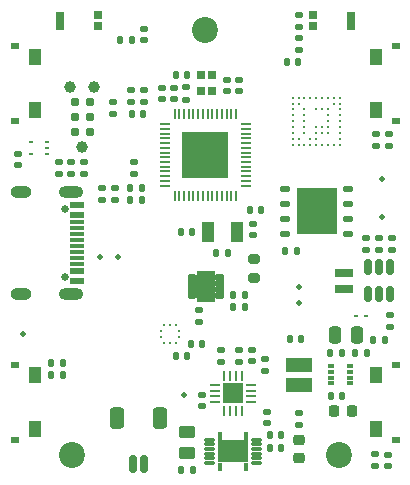
<source format=gts>
%TF.GenerationSoftware,KiCad,Pcbnew,7.0.2-0*%
%TF.CreationDate,2023-07-19T09:36:40-04:00*%
%TF.ProjectId,ESPWatchS3,45535057-6174-4636-9853-332e6b696361,rev?*%
%TF.SameCoordinates,Original*%
%TF.FileFunction,Soldermask,Top*%
%TF.FilePolarity,Negative*%
%FSLAX46Y46*%
G04 Gerber Fmt 4.6, Leading zero omitted, Abs format (unit mm)*
G04 Created by KiCad (PCBNEW 7.0.2-0) date 2023-07-19 09:36:40*
%MOMM*%
%LPD*%
G01*
G04 APERTURE LIST*
G04 Aperture macros list*
%AMRoundRect*
0 Rectangle with rounded corners*
0 $1 Rounding radius*
0 $2 $3 $4 $5 $6 $7 $8 $9 X,Y pos of 4 corners*
0 Add a 4 corners polygon primitive as box body*
4,1,4,$2,$3,$4,$5,$6,$7,$8,$9,$2,$3,0*
0 Add four circle primitives for the rounded corners*
1,1,$1+$1,$2,$3*
1,1,$1+$1,$4,$5*
1,1,$1+$1,$6,$7*
1,1,$1+$1,$8,$9*
0 Add four rect primitives between the rounded corners*
20,1,$1+$1,$2,$3,$4,$5,0*
20,1,$1+$1,$4,$5,$6,$7,0*
20,1,$1+$1,$6,$7,$8,$9,0*
20,1,$1+$1,$8,$9,$2,$3,0*%
G04 Aperture macros list end*
%ADD10C,0.010000*%
%ADD11RoundRect,0.135000X-0.135000X-0.185000X0.135000X-0.185000X0.135000X0.185000X-0.135000X0.185000X0*%
%ADD12RoundRect,0.140000X0.140000X0.170000X-0.140000X0.170000X-0.140000X-0.170000X0.140000X-0.170000X0*%
%ADD13R,1.000000X1.800000*%
%ADD14RoundRect,0.140000X0.170000X-0.140000X0.170000X0.140000X-0.170000X0.140000X-0.170000X-0.140000X0*%
%ADD15C,0.650000*%
%ADD16R,1.150000X0.600000*%
%ADD17R,1.150000X0.300000*%
%ADD18O,2.100000X1.000000*%
%ADD19O,1.800000X1.000000*%
%ADD20RoundRect,0.135000X-0.185000X0.135000X-0.185000X-0.135000X0.185000X-0.135000X0.185000X0.135000X0*%
%ADD21R,1.050000X1.450000*%
%ADD22R,0.800000X0.600000*%
%ADD23RoundRect,0.140000X-0.140000X-0.170000X0.140000X-0.170000X0.140000X0.170000X-0.140000X0.170000X0*%
%ADD24C,0.270000*%
%ADD25RoundRect,0.225000X-0.225000X-0.250000X0.225000X-0.250000X0.225000X0.250000X-0.225000X0.250000X0*%
%ADD26C,0.990600*%
%ADD27C,0.787400*%
%ADD28R,0.800000X0.650000*%
%ADD29R,0.800000X1.600000*%
%ADD30RoundRect,0.200000X0.275000X-0.200000X0.275000X0.200000X-0.275000X0.200000X-0.275000X-0.200000X0*%
%ADD31RoundRect,0.147500X0.147500X0.172500X-0.147500X0.172500X-0.147500X-0.172500X0.147500X-0.172500X0*%
%ADD32C,0.500000*%
%ADD33R,0.475000X0.300000*%
%ADD34C,2.200000*%
%ADD35RoundRect,0.135000X0.185000X-0.135000X0.185000X0.135000X-0.185000X0.135000X-0.185000X-0.135000X0*%
%ADD36RoundRect,0.135000X0.135000X0.185000X-0.135000X0.185000X-0.135000X-0.185000X0.135000X-0.185000X0*%
%ADD37RoundRect,0.150000X-0.150000X0.512500X-0.150000X-0.512500X0.150000X-0.512500X0.150000X0.512500X0*%
%ADD38RoundRect,0.062500X-0.325000X-0.062500X0.325000X-0.062500X0.325000X0.062500X-0.325000X0.062500X0*%
%ADD39RoundRect,0.062500X-0.062500X-0.325000X0.062500X-0.325000X0.062500X0.325000X-0.062500X0.325000X0*%
%ADD40R,1.800000X1.800000*%
%ADD41R,0.350000X0.250000*%
%ADD42RoundRect,0.140000X-0.170000X0.140000X-0.170000X-0.140000X0.170000X-0.140000X0.170000X0.140000X0*%
%ADD43R,0.275000X0.250000*%
%ADD44R,0.250000X0.275000*%
%ADD45R,0.700000X0.750000*%
%ADD46R,1.600000X0.650000*%
%ADD47RoundRect,0.147500X-0.147500X-0.172500X0.147500X-0.172500X0.147500X0.172500X-0.147500X0.172500X0*%
%ADD48R,2.300000X1.200000*%
%ADD49RoundRect,0.250000X-0.250000X-0.475000X0.250000X-0.475000X0.250000X0.475000X-0.250000X0.475000X0*%
%ADD50RoundRect,0.050000X0.100000X0.100000X-0.100000X0.100000X-0.100000X-0.100000X0.100000X-0.100000X0*%
%ADD51O,0.950000X0.300000*%
%ADD52R,0.400000X0.575000*%
%ADD53R,0.400000X0.675000*%
%ADD54R,2.600000X1.950000*%
%ADD55RoundRect,0.062500X-0.117500X-0.062500X0.117500X-0.062500X0.117500X0.062500X-0.117500X0.062500X0*%
%ADD56RoundRect,0.250000X-0.450000X0.262500X-0.450000X-0.262500X0.450000X-0.262500X0.450000X0.262500X0*%
%ADD57RoundRect,0.150000X0.150000X0.625000X-0.150000X0.625000X-0.150000X-0.625000X0.150000X-0.625000X0*%
%ADD58RoundRect,0.250000X0.350000X0.650000X-0.350000X0.650000X-0.350000X-0.650000X0.350000X-0.650000X0*%
%ADD59RoundRect,0.125000X0.262500X0.125000X-0.262500X0.125000X-0.262500X-0.125000X0.262500X-0.125000X0*%
%ADD60R,3.400000X4.000000*%
%ADD61RoundRect,0.218750X0.256250X-0.218750X0.256250X0.218750X-0.256250X0.218750X-0.256250X-0.218750X0*%
%ADD62RoundRect,0.050000X-0.350000X-0.050000X0.350000X-0.050000X0.350000X0.050000X-0.350000X0.050000X0*%
%ADD63RoundRect,0.050000X-0.050000X-0.350000X0.050000X-0.350000X0.050000X0.350000X-0.050000X0.350000X0*%
%ADD64R,4.000000X4.000000*%
G04 APERTURE END LIST*
G36*
X43205000Y-40590000D02*
G01*
X44825000Y-40590000D01*
X44825000Y-41710000D01*
X43205000Y-41710000D01*
X43205000Y-40590000D01*
G37*
D10*
X43083000Y-40176000D02*
X43090000Y-40177000D01*
X43096000Y-40178000D01*
X43102000Y-40179000D01*
X43109000Y-40181000D01*
X43115000Y-40183000D01*
X43121000Y-40186000D01*
X43127000Y-40189000D01*
X43133000Y-40192000D01*
X43138000Y-40195000D01*
X43143000Y-40199000D01*
X43149000Y-40203000D01*
X43154000Y-40207000D01*
X43158000Y-40212000D01*
X43163000Y-40216000D01*
X43167000Y-40221000D01*
X43171000Y-40227000D01*
X43175000Y-40232000D01*
X43178000Y-40238000D01*
X43181000Y-40243000D01*
X43184000Y-40249000D01*
X43187000Y-40255000D01*
X43189000Y-40261000D01*
X43191000Y-40268000D01*
X43192000Y-40274000D01*
X43193000Y-40280000D01*
X43194000Y-40287000D01*
X43195000Y-40293000D01*
X43195000Y-40300000D01*
X43195000Y-40500000D01*
X43195000Y-40507000D01*
X43194000Y-40513000D01*
X43193000Y-40520000D01*
X43192000Y-40526000D01*
X43191000Y-40532000D01*
X43189000Y-40539000D01*
X43187000Y-40545000D01*
X43184000Y-40551000D01*
X43181000Y-40557000D01*
X43178000Y-40562000D01*
X43175000Y-40568000D01*
X43171000Y-40573000D01*
X43167000Y-40579000D01*
X43163000Y-40584000D01*
X43158000Y-40588000D01*
X43154000Y-40593000D01*
X43149000Y-40597000D01*
X43143000Y-40601000D01*
X43138000Y-40605000D01*
X43133000Y-40608000D01*
X43127000Y-40611000D01*
X43121000Y-40614000D01*
X43115000Y-40617000D01*
X43109000Y-40619000D01*
X43102000Y-40621000D01*
X43096000Y-40622000D01*
X43090000Y-40623000D01*
X43083000Y-40624000D01*
X43077000Y-40625000D01*
X43070000Y-40625000D01*
X42630000Y-40625000D01*
X42623000Y-40625000D01*
X42617000Y-40624000D01*
X42610000Y-40623000D01*
X42604000Y-40622000D01*
X42598000Y-40621000D01*
X42591000Y-40619000D01*
X42585000Y-40617000D01*
X42579000Y-40614000D01*
X42573000Y-40611000D01*
X42567000Y-40608000D01*
X42562000Y-40605000D01*
X42557000Y-40601000D01*
X42551000Y-40597000D01*
X42546000Y-40593000D01*
X42542000Y-40588000D01*
X42537000Y-40584000D01*
X42533000Y-40579000D01*
X42529000Y-40573000D01*
X42525000Y-40568000D01*
X42522000Y-40562000D01*
X42519000Y-40557000D01*
X42516000Y-40551000D01*
X42513000Y-40545000D01*
X42511000Y-40539000D01*
X42509000Y-40532000D01*
X42508000Y-40526000D01*
X42507000Y-40520000D01*
X42506000Y-40513000D01*
X42505000Y-40507000D01*
X42505000Y-40500000D01*
X42505000Y-40300000D01*
X42505000Y-40293000D01*
X42506000Y-40287000D01*
X42507000Y-40280000D01*
X42508000Y-40274000D01*
X42509000Y-40268000D01*
X42511000Y-40261000D01*
X42513000Y-40255000D01*
X42516000Y-40249000D01*
X42519000Y-40243000D01*
X42522000Y-40238000D01*
X42525000Y-40232000D01*
X42529000Y-40227000D01*
X42533000Y-40221000D01*
X42537000Y-40216000D01*
X42542000Y-40212000D01*
X42546000Y-40207000D01*
X42551000Y-40203000D01*
X42557000Y-40199000D01*
X42562000Y-40195000D01*
X42567000Y-40192000D01*
X42573000Y-40189000D01*
X42579000Y-40186000D01*
X42585000Y-40183000D01*
X42591000Y-40181000D01*
X42598000Y-40179000D01*
X42604000Y-40178000D01*
X42610000Y-40177000D01*
X42617000Y-40176000D01*
X42623000Y-40175000D01*
X42630000Y-40175000D01*
X43070000Y-40175000D01*
X43077000Y-40175000D01*
X43083000Y-40176000D01*
G36*
X43083000Y-40176000D02*
G01*
X43090000Y-40177000D01*
X43096000Y-40178000D01*
X43102000Y-40179000D01*
X43109000Y-40181000D01*
X43115000Y-40183000D01*
X43121000Y-40186000D01*
X43127000Y-40189000D01*
X43133000Y-40192000D01*
X43138000Y-40195000D01*
X43143000Y-40199000D01*
X43149000Y-40203000D01*
X43154000Y-40207000D01*
X43158000Y-40212000D01*
X43163000Y-40216000D01*
X43167000Y-40221000D01*
X43171000Y-40227000D01*
X43175000Y-40232000D01*
X43178000Y-40238000D01*
X43181000Y-40243000D01*
X43184000Y-40249000D01*
X43187000Y-40255000D01*
X43189000Y-40261000D01*
X43191000Y-40268000D01*
X43192000Y-40274000D01*
X43193000Y-40280000D01*
X43194000Y-40287000D01*
X43195000Y-40293000D01*
X43195000Y-40300000D01*
X43195000Y-40500000D01*
X43195000Y-40507000D01*
X43194000Y-40513000D01*
X43193000Y-40520000D01*
X43192000Y-40526000D01*
X43191000Y-40532000D01*
X43189000Y-40539000D01*
X43187000Y-40545000D01*
X43184000Y-40551000D01*
X43181000Y-40557000D01*
X43178000Y-40562000D01*
X43175000Y-40568000D01*
X43171000Y-40573000D01*
X43167000Y-40579000D01*
X43163000Y-40584000D01*
X43158000Y-40588000D01*
X43154000Y-40593000D01*
X43149000Y-40597000D01*
X43143000Y-40601000D01*
X43138000Y-40605000D01*
X43133000Y-40608000D01*
X43127000Y-40611000D01*
X43121000Y-40614000D01*
X43115000Y-40617000D01*
X43109000Y-40619000D01*
X43102000Y-40621000D01*
X43096000Y-40622000D01*
X43090000Y-40623000D01*
X43083000Y-40624000D01*
X43077000Y-40625000D01*
X43070000Y-40625000D01*
X42630000Y-40625000D01*
X42623000Y-40625000D01*
X42617000Y-40624000D01*
X42610000Y-40623000D01*
X42604000Y-40622000D01*
X42598000Y-40621000D01*
X42591000Y-40619000D01*
X42585000Y-40617000D01*
X42579000Y-40614000D01*
X42573000Y-40611000D01*
X42567000Y-40608000D01*
X42562000Y-40605000D01*
X42557000Y-40601000D01*
X42551000Y-40597000D01*
X42546000Y-40593000D01*
X42542000Y-40588000D01*
X42537000Y-40584000D01*
X42533000Y-40579000D01*
X42529000Y-40573000D01*
X42525000Y-40568000D01*
X42522000Y-40562000D01*
X42519000Y-40557000D01*
X42516000Y-40551000D01*
X42513000Y-40545000D01*
X42511000Y-40539000D01*
X42509000Y-40532000D01*
X42508000Y-40526000D01*
X42507000Y-40520000D01*
X42506000Y-40513000D01*
X42505000Y-40507000D01*
X42505000Y-40500000D01*
X42505000Y-40300000D01*
X42505000Y-40293000D01*
X42506000Y-40287000D01*
X42507000Y-40280000D01*
X42508000Y-40274000D01*
X42509000Y-40268000D01*
X42511000Y-40261000D01*
X42513000Y-40255000D01*
X42516000Y-40249000D01*
X42519000Y-40243000D01*
X42522000Y-40238000D01*
X42525000Y-40232000D01*
X42529000Y-40227000D01*
X42533000Y-40221000D01*
X42537000Y-40216000D01*
X42542000Y-40212000D01*
X42546000Y-40207000D01*
X42551000Y-40203000D01*
X42557000Y-40199000D01*
X42562000Y-40195000D01*
X42567000Y-40192000D01*
X42573000Y-40189000D01*
X42579000Y-40186000D01*
X42585000Y-40183000D01*
X42591000Y-40181000D01*
X42598000Y-40179000D01*
X42604000Y-40178000D01*
X42610000Y-40177000D01*
X42617000Y-40176000D01*
X42623000Y-40175000D01*
X42630000Y-40175000D01*
X43070000Y-40175000D01*
X43077000Y-40175000D01*
X43083000Y-40176000D01*
G37*
X43083000Y-40676000D02*
X43090000Y-40677000D01*
X43096000Y-40678000D01*
X43102000Y-40679000D01*
X43109000Y-40681000D01*
X43115000Y-40683000D01*
X43121000Y-40686000D01*
X43127000Y-40689000D01*
X43133000Y-40692000D01*
X43138000Y-40695000D01*
X43143000Y-40699000D01*
X43149000Y-40703000D01*
X43154000Y-40707000D01*
X43158000Y-40712000D01*
X43163000Y-40716000D01*
X43167000Y-40721000D01*
X43171000Y-40727000D01*
X43175000Y-40732000D01*
X43178000Y-40738000D01*
X43181000Y-40743000D01*
X43184000Y-40749000D01*
X43187000Y-40755000D01*
X43189000Y-40761000D01*
X43191000Y-40768000D01*
X43192000Y-40774000D01*
X43193000Y-40780000D01*
X43194000Y-40787000D01*
X43195000Y-40793000D01*
X43195000Y-40800000D01*
X43195000Y-41000000D01*
X43195000Y-41007000D01*
X43194000Y-41013000D01*
X43193000Y-41020000D01*
X43192000Y-41026000D01*
X43191000Y-41032000D01*
X43189000Y-41039000D01*
X43187000Y-41045000D01*
X43184000Y-41051000D01*
X43181000Y-41057000D01*
X43178000Y-41062000D01*
X43175000Y-41068000D01*
X43171000Y-41073000D01*
X43167000Y-41079000D01*
X43163000Y-41084000D01*
X43158000Y-41088000D01*
X43154000Y-41093000D01*
X43149000Y-41097000D01*
X43143000Y-41101000D01*
X43138000Y-41105000D01*
X43133000Y-41108000D01*
X43127000Y-41111000D01*
X43121000Y-41114000D01*
X43115000Y-41117000D01*
X43109000Y-41119000D01*
X43102000Y-41121000D01*
X43096000Y-41122000D01*
X43090000Y-41123000D01*
X43083000Y-41124000D01*
X43077000Y-41125000D01*
X43070000Y-41125000D01*
X42630000Y-41125000D01*
X42623000Y-41125000D01*
X42617000Y-41124000D01*
X42610000Y-41123000D01*
X42604000Y-41122000D01*
X42598000Y-41121000D01*
X42591000Y-41119000D01*
X42585000Y-41117000D01*
X42579000Y-41114000D01*
X42573000Y-41111000D01*
X42567000Y-41108000D01*
X42562000Y-41105000D01*
X42557000Y-41101000D01*
X42551000Y-41097000D01*
X42546000Y-41093000D01*
X42542000Y-41088000D01*
X42537000Y-41084000D01*
X42533000Y-41079000D01*
X42529000Y-41073000D01*
X42525000Y-41068000D01*
X42522000Y-41062000D01*
X42519000Y-41057000D01*
X42516000Y-41051000D01*
X42513000Y-41045000D01*
X42511000Y-41039000D01*
X42509000Y-41032000D01*
X42508000Y-41026000D01*
X42507000Y-41020000D01*
X42506000Y-41013000D01*
X42505000Y-41007000D01*
X42505000Y-41000000D01*
X42505000Y-40800000D01*
X42505000Y-40793000D01*
X42506000Y-40787000D01*
X42507000Y-40780000D01*
X42508000Y-40774000D01*
X42509000Y-40768000D01*
X42511000Y-40761000D01*
X42513000Y-40755000D01*
X42516000Y-40749000D01*
X42519000Y-40743000D01*
X42522000Y-40738000D01*
X42525000Y-40732000D01*
X42529000Y-40727000D01*
X42533000Y-40721000D01*
X42537000Y-40716000D01*
X42542000Y-40712000D01*
X42546000Y-40707000D01*
X42551000Y-40703000D01*
X42557000Y-40699000D01*
X42562000Y-40695000D01*
X42567000Y-40692000D01*
X42573000Y-40689000D01*
X42579000Y-40686000D01*
X42585000Y-40683000D01*
X42591000Y-40681000D01*
X42598000Y-40679000D01*
X42604000Y-40678000D01*
X42610000Y-40677000D01*
X42617000Y-40676000D01*
X42623000Y-40675000D01*
X42630000Y-40675000D01*
X43070000Y-40675000D01*
X43077000Y-40675000D01*
X43083000Y-40676000D01*
G36*
X43083000Y-40676000D02*
G01*
X43090000Y-40677000D01*
X43096000Y-40678000D01*
X43102000Y-40679000D01*
X43109000Y-40681000D01*
X43115000Y-40683000D01*
X43121000Y-40686000D01*
X43127000Y-40689000D01*
X43133000Y-40692000D01*
X43138000Y-40695000D01*
X43143000Y-40699000D01*
X43149000Y-40703000D01*
X43154000Y-40707000D01*
X43158000Y-40712000D01*
X43163000Y-40716000D01*
X43167000Y-40721000D01*
X43171000Y-40727000D01*
X43175000Y-40732000D01*
X43178000Y-40738000D01*
X43181000Y-40743000D01*
X43184000Y-40749000D01*
X43187000Y-40755000D01*
X43189000Y-40761000D01*
X43191000Y-40768000D01*
X43192000Y-40774000D01*
X43193000Y-40780000D01*
X43194000Y-40787000D01*
X43195000Y-40793000D01*
X43195000Y-40800000D01*
X43195000Y-41000000D01*
X43195000Y-41007000D01*
X43194000Y-41013000D01*
X43193000Y-41020000D01*
X43192000Y-41026000D01*
X43191000Y-41032000D01*
X43189000Y-41039000D01*
X43187000Y-41045000D01*
X43184000Y-41051000D01*
X43181000Y-41057000D01*
X43178000Y-41062000D01*
X43175000Y-41068000D01*
X43171000Y-41073000D01*
X43167000Y-41079000D01*
X43163000Y-41084000D01*
X43158000Y-41088000D01*
X43154000Y-41093000D01*
X43149000Y-41097000D01*
X43143000Y-41101000D01*
X43138000Y-41105000D01*
X43133000Y-41108000D01*
X43127000Y-41111000D01*
X43121000Y-41114000D01*
X43115000Y-41117000D01*
X43109000Y-41119000D01*
X43102000Y-41121000D01*
X43096000Y-41122000D01*
X43090000Y-41123000D01*
X43083000Y-41124000D01*
X43077000Y-41125000D01*
X43070000Y-41125000D01*
X42630000Y-41125000D01*
X42623000Y-41125000D01*
X42617000Y-41124000D01*
X42610000Y-41123000D01*
X42604000Y-41122000D01*
X42598000Y-41121000D01*
X42591000Y-41119000D01*
X42585000Y-41117000D01*
X42579000Y-41114000D01*
X42573000Y-41111000D01*
X42567000Y-41108000D01*
X42562000Y-41105000D01*
X42557000Y-41101000D01*
X42551000Y-41097000D01*
X42546000Y-41093000D01*
X42542000Y-41088000D01*
X42537000Y-41084000D01*
X42533000Y-41079000D01*
X42529000Y-41073000D01*
X42525000Y-41068000D01*
X42522000Y-41062000D01*
X42519000Y-41057000D01*
X42516000Y-41051000D01*
X42513000Y-41045000D01*
X42511000Y-41039000D01*
X42509000Y-41032000D01*
X42508000Y-41026000D01*
X42507000Y-41020000D01*
X42506000Y-41013000D01*
X42505000Y-41007000D01*
X42505000Y-41000000D01*
X42505000Y-40800000D01*
X42505000Y-40793000D01*
X42506000Y-40787000D01*
X42507000Y-40780000D01*
X42508000Y-40774000D01*
X42509000Y-40768000D01*
X42511000Y-40761000D01*
X42513000Y-40755000D01*
X42516000Y-40749000D01*
X42519000Y-40743000D01*
X42522000Y-40738000D01*
X42525000Y-40732000D01*
X42529000Y-40727000D01*
X42533000Y-40721000D01*
X42537000Y-40716000D01*
X42542000Y-40712000D01*
X42546000Y-40707000D01*
X42551000Y-40703000D01*
X42557000Y-40699000D01*
X42562000Y-40695000D01*
X42567000Y-40692000D01*
X42573000Y-40689000D01*
X42579000Y-40686000D01*
X42585000Y-40683000D01*
X42591000Y-40681000D01*
X42598000Y-40679000D01*
X42604000Y-40678000D01*
X42610000Y-40677000D01*
X42617000Y-40676000D01*
X42623000Y-40675000D01*
X42630000Y-40675000D01*
X43070000Y-40675000D01*
X43077000Y-40675000D01*
X43083000Y-40676000D01*
G37*
X43083000Y-41176000D02*
X43090000Y-41177000D01*
X43096000Y-41178000D01*
X43102000Y-41179000D01*
X43109000Y-41181000D01*
X43115000Y-41183000D01*
X43121000Y-41186000D01*
X43127000Y-41189000D01*
X43133000Y-41192000D01*
X43138000Y-41195000D01*
X43143000Y-41199000D01*
X43149000Y-41203000D01*
X43154000Y-41207000D01*
X43158000Y-41212000D01*
X43163000Y-41216000D01*
X43167000Y-41221000D01*
X43171000Y-41227000D01*
X43175000Y-41232000D01*
X43178000Y-41238000D01*
X43181000Y-41243000D01*
X43184000Y-41249000D01*
X43187000Y-41255000D01*
X43189000Y-41261000D01*
X43191000Y-41268000D01*
X43192000Y-41274000D01*
X43193000Y-41280000D01*
X43194000Y-41287000D01*
X43195000Y-41293000D01*
X43195000Y-41300000D01*
X43195000Y-41500000D01*
X43195000Y-41507000D01*
X43194000Y-41513000D01*
X43193000Y-41520000D01*
X43192000Y-41526000D01*
X43191000Y-41532000D01*
X43189000Y-41539000D01*
X43187000Y-41545000D01*
X43184000Y-41551000D01*
X43181000Y-41557000D01*
X43178000Y-41562000D01*
X43175000Y-41568000D01*
X43171000Y-41573000D01*
X43167000Y-41579000D01*
X43163000Y-41584000D01*
X43158000Y-41588000D01*
X43154000Y-41593000D01*
X43149000Y-41597000D01*
X43143000Y-41601000D01*
X43138000Y-41605000D01*
X43133000Y-41608000D01*
X43127000Y-41611000D01*
X43121000Y-41614000D01*
X43115000Y-41617000D01*
X43109000Y-41619000D01*
X43102000Y-41621000D01*
X43096000Y-41622000D01*
X43090000Y-41623000D01*
X43083000Y-41624000D01*
X43077000Y-41625000D01*
X43070000Y-41625000D01*
X42630000Y-41625000D01*
X42623000Y-41625000D01*
X42617000Y-41624000D01*
X42610000Y-41623000D01*
X42604000Y-41622000D01*
X42598000Y-41621000D01*
X42591000Y-41619000D01*
X42585000Y-41617000D01*
X42579000Y-41614000D01*
X42573000Y-41611000D01*
X42567000Y-41608000D01*
X42562000Y-41605000D01*
X42557000Y-41601000D01*
X42551000Y-41597000D01*
X42546000Y-41593000D01*
X42542000Y-41588000D01*
X42537000Y-41584000D01*
X42533000Y-41579000D01*
X42529000Y-41573000D01*
X42525000Y-41568000D01*
X42522000Y-41562000D01*
X42519000Y-41557000D01*
X42516000Y-41551000D01*
X42513000Y-41545000D01*
X42511000Y-41539000D01*
X42509000Y-41532000D01*
X42508000Y-41526000D01*
X42507000Y-41520000D01*
X42506000Y-41513000D01*
X42505000Y-41507000D01*
X42505000Y-41500000D01*
X42505000Y-41300000D01*
X42505000Y-41293000D01*
X42506000Y-41287000D01*
X42507000Y-41280000D01*
X42508000Y-41274000D01*
X42509000Y-41268000D01*
X42511000Y-41261000D01*
X42513000Y-41255000D01*
X42516000Y-41249000D01*
X42519000Y-41243000D01*
X42522000Y-41238000D01*
X42525000Y-41232000D01*
X42529000Y-41227000D01*
X42533000Y-41221000D01*
X42537000Y-41216000D01*
X42542000Y-41212000D01*
X42546000Y-41207000D01*
X42551000Y-41203000D01*
X42557000Y-41199000D01*
X42562000Y-41195000D01*
X42567000Y-41192000D01*
X42573000Y-41189000D01*
X42579000Y-41186000D01*
X42585000Y-41183000D01*
X42591000Y-41181000D01*
X42598000Y-41179000D01*
X42604000Y-41178000D01*
X42610000Y-41177000D01*
X42617000Y-41176000D01*
X42623000Y-41175000D01*
X42630000Y-41175000D01*
X43070000Y-41175000D01*
X43077000Y-41175000D01*
X43083000Y-41176000D01*
G36*
X43083000Y-41176000D02*
G01*
X43090000Y-41177000D01*
X43096000Y-41178000D01*
X43102000Y-41179000D01*
X43109000Y-41181000D01*
X43115000Y-41183000D01*
X43121000Y-41186000D01*
X43127000Y-41189000D01*
X43133000Y-41192000D01*
X43138000Y-41195000D01*
X43143000Y-41199000D01*
X43149000Y-41203000D01*
X43154000Y-41207000D01*
X43158000Y-41212000D01*
X43163000Y-41216000D01*
X43167000Y-41221000D01*
X43171000Y-41227000D01*
X43175000Y-41232000D01*
X43178000Y-41238000D01*
X43181000Y-41243000D01*
X43184000Y-41249000D01*
X43187000Y-41255000D01*
X43189000Y-41261000D01*
X43191000Y-41268000D01*
X43192000Y-41274000D01*
X43193000Y-41280000D01*
X43194000Y-41287000D01*
X43195000Y-41293000D01*
X43195000Y-41300000D01*
X43195000Y-41500000D01*
X43195000Y-41507000D01*
X43194000Y-41513000D01*
X43193000Y-41520000D01*
X43192000Y-41526000D01*
X43191000Y-41532000D01*
X43189000Y-41539000D01*
X43187000Y-41545000D01*
X43184000Y-41551000D01*
X43181000Y-41557000D01*
X43178000Y-41562000D01*
X43175000Y-41568000D01*
X43171000Y-41573000D01*
X43167000Y-41579000D01*
X43163000Y-41584000D01*
X43158000Y-41588000D01*
X43154000Y-41593000D01*
X43149000Y-41597000D01*
X43143000Y-41601000D01*
X43138000Y-41605000D01*
X43133000Y-41608000D01*
X43127000Y-41611000D01*
X43121000Y-41614000D01*
X43115000Y-41617000D01*
X43109000Y-41619000D01*
X43102000Y-41621000D01*
X43096000Y-41622000D01*
X43090000Y-41623000D01*
X43083000Y-41624000D01*
X43077000Y-41625000D01*
X43070000Y-41625000D01*
X42630000Y-41625000D01*
X42623000Y-41625000D01*
X42617000Y-41624000D01*
X42610000Y-41623000D01*
X42604000Y-41622000D01*
X42598000Y-41621000D01*
X42591000Y-41619000D01*
X42585000Y-41617000D01*
X42579000Y-41614000D01*
X42573000Y-41611000D01*
X42567000Y-41608000D01*
X42562000Y-41605000D01*
X42557000Y-41601000D01*
X42551000Y-41597000D01*
X42546000Y-41593000D01*
X42542000Y-41588000D01*
X42537000Y-41584000D01*
X42533000Y-41579000D01*
X42529000Y-41573000D01*
X42525000Y-41568000D01*
X42522000Y-41562000D01*
X42519000Y-41557000D01*
X42516000Y-41551000D01*
X42513000Y-41545000D01*
X42511000Y-41539000D01*
X42509000Y-41532000D01*
X42508000Y-41526000D01*
X42507000Y-41520000D01*
X42506000Y-41513000D01*
X42505000Y-41507000D01*
X42505000Y-41500000D01*
X42505000Y-41300000D01*
X42505000Y-41293000D01*
X42506000Y-41287000D01*
X42507000Y-41280000D01*
X42508000Y-41274000D01*
X42509000Y-41268000D01*
X42511000Y-41261000D01*
X42513000Y-41255000D01*
X42516000Y-41249000D01*
X42519000Y-41243000D01*
X42522000Y-41238000D01*
X42525000Y-41232000D01*
X42529000Y-41227000D01*
X42533000Y-41221000D01*
X42537000Y-41216000D01*
X42542000Y-41212000D01*
X42546000Y-41207000D01*
X42551000Y-41203000D01*
X42557000Y-41199000D01*
X42562000Y-41195000D01*
X42567000Y-41192000D01*
X42573000Y-41189000D01*
X42579000Y-41186000D01*
X42585000Y-41183000D01*
X42591000Y-41181000D01*
X42598000Y-41179000D01*
X42604000Y-41178000D01*
X42610000Y-41177000D01*
X42617000Y-41176000D01*
X42623000Y-41175000D01*
X42630000Y-41175000D01*
X43070000Y-41175000D01*
X43077000Y-41175000D01*
X43083000Y-41176000D01*
G37*
X43083000Y-41676000D02*
X43090000Y-41677000D01*
X43096000Y-41678000D01*
X43102000Y-41679000D01*
X43109000Y-41681000D01*
X43115000Y-41683000D01*
X43121000Y-41686000D01*
X43127000Y-41689000D01*
X43133000Y-41692000D01*
X43138000Y-41695000D01*
X43143000Y-41699000D01*
X43149000Y-41703000D01*
X43154000Y-41707000D01*
X43158000Y-41712000D01*
X43163000Y-41716000D01*
X43167000Y-41721000D01*
X43171000Y-41727000D01*
X43175000Y-41732000D01*
X43178000Y-41738000D01*
X43181000Y-41743000D01*
X43184000Y-41749000D01*
X43187000Y-41755000D01*
X43189000Y-41761000D01*
X43191000Y-41768000D01*
X43192000Y-41774000D01*
X43193000Y-41780000D01*
X43194000Y-41787000D01*
X43195000Y-41793000D01*
X43195000Y-41800000D01*
X43195000Y-42000000D01*
X43195000Y-42007000D01*
X43194000Y-42013000D01*
X43193000Y-42020000D01*
X43192000Y-42026000D01*
X43191000Y-42032000D01*
X43189000Y-42039000D01*
X43187000Y-42045000D01*
X43184000Y-42051000D01*
X43181000Y-42057000D01*
X43178000Y-42062000D01*
X43175000Y-42068000D01*
X43171000Y-42073000D01*
X43167000Y-42079000D01*
X43163000Y-42084000D01*
X43158000Y-42088000D01*
X43154000Y-42093000D01*
X43149000Y-42097000D01*
X43143000Y-42101000D01*
X43138000Y-42105000D01*
X43133000Y-42108000D01*
X43127000Y-42111000D01*
X43121000Y-42114000D01*
X43115000Y-42117000D01*
X43109000Y-42119000D01*
X43102000Y-42121000D01*
X43096000Y-42122000D01*
X43090000Y-42123000D01*
X43083000Y-42124000D01*
X43077000Y-42125000D01*
X43070000Y-42125000D01*
X42630000Y-42125000D01*
X42623000Y-42125000D01*
X42617000Y-42124000D01*
X42610000Y-42123000D01*
X42604000Y-42122000D01*
X42598000Y-42121000D01*
X42591000Y-42119000D01*
X42585000Y-42117000D01*
X42579000Y-42114000D01*
X42573000Y-42111000D01*
X42567000Y-42108000D01*
X42562000Y-42105000D01*
X42557000Y-42101000D01*
X42551000Y-42097000D01*
X42546000Y-42093000D01*
X42542000Y-42088000D01*
X42537000Y-42084000D01*
X42533000Y-42079000D01*
X42529000Y-42073000D01*
X42525000Y-42068000D01*
X42522000Y-42062000D01*
X42519000Y-42057000D01*
X42516000Y-42051000D01*
X42513000Y-42045000D01*
X42511000Y-42039000D01*
X42509000Y-42032000D01*
X42508000Y-42026000D01*
X42507000Y-42020000D01*
X42506000Y-42013000D01*
X42505000Y-42007000D01*
X42505000Y-42000000D01*
X42505000Y-41800000D01*
X42505000Y-41793000D01*
X42506000Y-41787000D01*
X42507000Y-41780000D01*
X42508000Y-41774000D01*
X42509000Y-41768000D01*
X42511000Y-41761000D01*
X42513000Y-41755000D01*
X42516000Y-41749000D01*
X42519000Y-41743000D01*
X42522000Y-41738000D01*
X42525000Y-41732000D01*
X42529000Y-41727000D01*
X42533000Y-41721000D01*
X42537000Y-41716000D01*
X42542000Y-41712000D01*
X42546000Y-41707000D01*
X42551000Y-41703000D01*
X42557000Y-41699000D01*
X42562000Y-41695000D01*
X42567000Y-41692000D01*
X42573000Y-41689000D01*
X42579000Y-41686000D01*
X42585000Y-41683000D01*
X42591000Y-41681000D01*
X42598000Y-41679000D01*
X42604000Y-41678000D01*
X42610000Y-41677000D01*
X42617000Y-41676000D01*
X42623000Y-41675000D01*
X42630000Y-41675000D01*
X43070000Y-41675000D01*
X43077000Y-41675000D01*
X43083000Y-41676000D01*
G36*
X43083000Y-41676000D02*
G01*
X43090000Y-41677000D01*
X43096000Y-41678000D01*
X43102000Y-41679000D01*
X43109000Y-41681000D01*
X43115000Y-41683000D01*
X43121000Y-41686000D01*
X43127000Y-41689000D01*
X43133000Y-41692000D01*
X43138000Y-41695000D01*
X43143000Y-41699000D01*
X43149000Y-41703000D01*
X43154000Y-41707000D01*
X43158000Y-41712000D01*
X43163000Y-41716000D01*
X43167000Y-41721000D01*
X43171000Y-41727000D01*
X43175000Y-41732000D01*
X43178000Y-41738000D01*
X43181000Y-41743000D01*
X43184000Y-41749000D01*
X43187000Y-41755000D01*
X43189000Y-41761000D01*
X43191000Y-41768000D01*
X43192000Y-41774000D01*
X43193000Y-41780000D01*
X43194000Y-41787000D01*
X43195000Y-41793000D01*
X43195000Y-41800000D01*
X43195000Y-42000000D01*
X43195000Y-42007000D01*
X43194000Y-42013000D01*
X43193000Y-42020000D01*
X43192000Y-42026000D01*
X43191000Y-42032000D01*
X43189000Y-42039000D01*
X43187000Y-42045000D01*
X43184000Y-42051000D01*
X43181000Y-42057000D01*
X43178000Y-42062000D01*
X43175000Y-42068000D01*
X43171000Y-42073000D01*
X43167000Y-42079000D01*
X43163000Y-42084000D01*
X43158000Y-42088000D01*
X43154000Y-42093000D01*
X43149000Y-42097000D01*
X43143000Y-42101000D01*
X43138000Y-42105000D01*
X43133000Y-42108000D01*
X43127000Y-42111000D01*
X43121000Y-42114000D01*
X43115000Y-42117000D01*
X43109000Y-42119000D01*
X43102000Y-42121000D01*
X43096000Y-42122000D01*
X43090000Y-42123000D01*
X43083000Y-42124000D01*
X43077000Y-42125000D01*
X43070000Y-42125000D01*
X42630000Y-42125000D01*
X42623000Y-42125000D01*
X42617000Y-42124000D01*
X42610000Y-42123000D01*
X42604000Y-42122000D01*
X42598000Y-42121000D01*
X42591000Y-42119000D01*
X42585000Y-42117000D01*
X42579000Y-42114000D01*
X42573000Y-42111000D01*
X42567000Y-42108000D01*
X42562000Y-42105000D01*
X42557000Y-42101000D01*
X42551000Y-42097000D01*
X42546000Y-42093000D01*
X42542000Y-42088000D01*
X42537000Y-42084000D01*
X42533000Y-42079000D01*
X42529000Y-42073000D01*
X42525000Y-42068000D01*
X42522000Y-42062000D01*
X42519000Y-42057000D01*
X42516000Y-42051000D01*
X42513000Y-42045000D01*
X42511000Y-42039000D01*
X42509000Y-42032000D01*
X42508000Y-42026000D01*
X42507000Y-42020000D01*
X42506000Y-42013000D01*
X42505000Y-42007000D01*
X42505000Y-42000000D01*
X42505000Y-41800000D01*
X42505000Y-41793000D01*
X42506000Y-41787000D01*
X42507000Y-41780000D01*
X42508000Y-41774000D01*
X42509000Y-41768000D01*
X42511000Y-41761000D01*
X42513000Y-41755000D01*
X42516000Y-41749000D01*
X42519000Y-41743000D01*
X42522000Y-41738000D01*
X42525000Y-41732000D01*
X42529000Y-41727000D01*
X42533000Y-41721000D01*
X42537000Y-41716000D01*
X42542000Y-41712000D01*
X42546000Y-41707000D01*
X42551000Y-41703000D01*
X42557000Y-41699000D01*
X42562000Y-41695000D01*
X42567000Y-41692000D01*
X42573000Y-41689000D01*
X42579000Y-41686000D01*
X42585000Y-41683000D01*
X42591000Y-41681000D01*
X42598000Y-41679000D01*
X42604000Y-41678000D01*
X42610000Y-41677000D01*
X42617000Y-41676000D01*
X42623000Y-41675000D01*
X42630000Y-41675000D01*
X43070000Y-41675000D01*
X43077000Y-41675000D01*
X43083000Y-41676000D01*
G37*
X43628000Y-39891000D02*
X43635000Y-39892000D01*
X43641000Y-39893000D01*
X43647000Y-39894000D01*
X43654000Y-39896000D01*
X43660000Y-39898000D01*
X43666000Y-39901000D01*
X43672000Y-39904000D01*
X43677000Y-39907000D01*
X43683000Y-39910000D01*
X43688000Y-39914000D01*
X43694000Y-39918000D01*
X43699000Y-39922000D01*
X43703000Y-39927000D01*
X43708000Y-39931000D01*
X43712000Y-39936000D01*
X43716000Y-39942000D01*
X43720000Y-39947000D01*
X43723000Y-39952000D01*
X43726000Y-39958000D01*
X43729000Y-39964000D01*
X43732000Y-39970000D01*
X43734000Y-39976000D01*
X43736000Y-39983000D01*
X43737000Y-39989000D01*
X43738000Y-39995000D01*
X43739000Y-40002000D01*
X43740000Y-40008000D01*
X43740000Y-40015000D01*
X43740000Y-40455000D01*
X43740000Y-40462000D01*
X43739000Y-40468000D01*
X43738000Y-40475000D01*
X43737000Y-40481000D01*
X43736000Y-40487000D01*
X43734000Y-40494000D01*
X43732000Y-40500000D01*
X43729000Y-40506000D01*
X43726000Y-40512000D01*
X43723000Y-40518000D01*
X43720000Y-40523000D01*
X43716000Y-40528000D01*
X43712000Y-40534000D01*
X43708000Y-40539000D01*
X43703000Y-40543000D01*
X43699000Y-40548000D01*
X43694000Y-40552000D01*
X43688000Y-40556000D01*
X43683000Y-40560000D01*
X43677000Y-40563000D01*
X43672000Y-40566000D01*
X43666000Y-40569000D01*
X43660000Y-40572000D01*
X43654000Y-40574000D01*
X43647000Y-40576000D01*
X43641000Y-40577000D01*
X43635000Y-40578000D01*
X43628000Y-40579000D01*
X43622000Y-40580000D01*
X43615000Y-40580000D01*
X43415000Y-40580000D01*
X43408000Y-40580000D01*
X43402000Y-40579000D01*
X43395000Y-40578000D01*
X43389000Y-40577000D01*
X43383000Y-40576000D01*
X43376000Y-40574000D01*
X43370000Y-40572000D01*
X43364000Y-40569000D01*
X43358000Y-40566000D01*
X43352000Y-40563000D01*
X43347000Y-40560000D01*
X43342000Y-40556000D01*
X43336000Y-40552000D01*
X43331000Y-40548000D01*
X43327000Y-40543000D01*
X43322000Y-40539000D01*
X43318000Y-40534000D01*
X43314000Y-40528000D01*
X43310000Y-40523000D01*
X43307000Y-40518000D01*
X43304000Y-40512000D01*
X43301000Y-40506000D01*
X43298000Y-40500000D01*
X43296000Y-40494000D01*
X43294000Y-40487000D01*
X43293000Y-40481000D01*
X43292000Y-40475000D01*
X43291000Y-40468000D01*
X43290000Y-40462000D01*
X43290000Y-40455000D01*
X43290000Y-40015000D01*
X43290000Y-40008000D01*
X43291000Y-40002000D01*
X43292000Y-39995000D01*
X43293000Y-39989000D01*
X43294000Y-39983000D01*
X43296000Y-39976000D01*
X43298000Y-39970000D01*
X43301000Y-39964000D01*
X43304000Y-39958000D01*
X43307000Y-39952000D01*
X43310000Y-39947000D01*
X43314000Y-39942000D01*
X43318000Y-39936000D01*
X43322000Y-39931000D01*
X43327000Y-39927000D01*
X43331000Y-39922000D01*
X43336000Y-39918000D01*
X43342000Y-39914000D01*
X43347000Y-39910000D01*
X43353000Y-39907000D01*
X43358000Y-39904000D01*
X43364000Y-39901000D01*
X43370000Y-39898000D01*
X43376000Y-39896000D01*
X43383000Y-39894000D01*
X43389000Y-39893000D01*
X43395000Y-39892000D01*
X43402000Y-39891000D01*
X43408000Y-39890000D01*
X43415000Y-39890000D01*
X43615000Y-39890000D01*
X43622000Y-39890000D01*
X43628000Y-39891000D01*
G36*
X43628000Y-39891000D02*
G01*
X43635000Y-39892000D01*
X43641000Y-39893000D01*
X43647000Y-39894000D01*
X43654000Y-39896000D01*
X43660000Y-39898000D01*
X43666000Y-39901000D01*
X43672000Y-39904000D01*
X43677000Y-39907000D01*
X43683000Y-39910000D01*
X43688000Y-39914000D01*
X43694000Y-39918000D01*
X43699000Y-39922000D01*
X43703000Y-39927000D01*
X43708000Y-39931000D01*
X43712000Y-39936000D01*
X43716000Y-39942000D01*
X43720000Y-39947000D01*
X43723000Y-39952000D01*
X43726000Y-39958000D01*
X43729000Y-39964000D01*
X43732000Y-39970000D01*
X43734000Y-39976000D01*
X43736000Y-39983000D01*
X43737000Y-39989000D01*
X43738000Y-39995000D01*
X43739000Y-40002000D01*
X43740000Y-40008000D01*
X43740000Y-40015000D01*
X43740000Y-40455000D01*
X43740000Y-40462000D01*
X43739000Y-40468000D01*
X43738000Y-40475000D01*
X43737000Y-40481000D01*
X43736000Y-40487000D01*
X43734000Y-40494000D01*
X43732000Y-40500000D01*
X43729000Y-40506000D01*
X43726000Y-40512000D01*
X43723000Y-40518000D01*
X43720000Y-40523000D01*
X43716000Y-40528000D01*
X43712000Y-40534000D01*
X43708000Y-40539000D01*
X43703000Y-40543000D01*
X43699000Y-40548000D01*
X43694000Y-40552000D01*
X43688000Y-40556000D01*
X43683000Y-40560000D01*
X43677000Y-40563000D01*
X43672000Y-40566000D01*
X43666000Y-40569000D01*
X43660000Y-40572000D01*
X43654000Y-40574000D01*
X43647000Y-40576000D01*
X43641000Y-40577000D01*
X43635000Y-40578000D01*
X43628000Y-40579000D01*
X43622000Y-40580000D01*
X43615000Y-40580000D01*
X43415000Y-40580000D01*
X43408000Y-40580000D01*
X43402000Y-40579000D01*
X43395000Y-40578000D01*
X43389000Y-40577000D01*
X43383000Y-40576000D01*
X43376000Y-40574000D01*
X43370000Y-40572000D01*
X43364000Y-40569000D01*
X43358000Y-40566000D01*
X43352000Y-40563000D01*
X43347000Y-40560000D01*
X43342000Y-40556000D01*
X43336000Y-40552000D01*
X43331000Y-40548000D01*
X43327000Y-40543000D01*
X43322000Y-40539000D01*
X43318000Y-40534000D01*
X43314000Y-40528000D01*
X43310000Y-40523000D01*
X43307000Y-40518000D01*
X43304000Y-40512000D01*
X43301000Y-40506000D01*
X43298000Y-40500000D01*
X43296000Y-40494000D01*
X43294000Y-40487000D01*
X43293000Y-40481000D01*
X43292000Y-40475000D01*
X43291000Y-40468000D01*
X43290000Y-40462000D01*
X43290000Y-40455000D01*
X43290000Y-40015000D01*
X43290000Y-40008000D01*
X43291000Y-40002000D01*
X43292000Y-39995000D01*
X43293000Y-39989000D01*
X43294000Y-39983000D01*
X43296000Y-39976000D01*
X43298000Y-39970000D01*
X43301000Y-39964000D01*
X43304000Y-39958000D01*
X43307000Y-39952000D01*
X43310000Y-39947000D01*
X43314000Y-39942000D01*
X43318000Y-39936000D01*
X43322000Y-39931000D01*
X43327000Y-39927000D01*
X43331000Y-39922000D01*
X43336000Y-39918000D01*
X43342000Y-39914000D01*
X43347000Y-39910000D01*
X43353000Y-39907000D01*
X43358000Y-39904000D01*
X43364000Y-39901000D01*
X43370000Y-39898000D01*
X43376000Y-39896000D01*
X43383000Y-39894000D01*
X43389000Y-39893000D01*
X43395000Y-39892000D01*
X43402000Y-39891000D01*
X43408000Y-39890000D01*
X43415000Y-39890000D01*
X43615000Y-39890000D01*
X43622000Y-39890000D01*
X43628000Y-39891000D01*
G37*
X43628000Y-41721000D02*
X43635000Y-41722000D01*
X43641000Y-41723000D01*
X43647000Y-41724000D01*
X43654000Y-41726000D01*
X43660000Y-41728000D01*
X43666000Y-41731000D01*
X43672000Y-41734000D01*
X43677000Y-41737000D01*
X43683000Y-41740000D01*
X43688000Y-41744000D01*
X43694000Y-41748000D01*
X43699000Y-41752000D01*
X43703000Y-41757000D01*
X43708000Y-41761000D01*
X43712000Y-41766000D01*
X43716000Y-41772000D01*
X43720000Y-41777000D01*
X43723000Y-41782000D01*
X43726000Y-41788000D01*
X43729000Y-41794000D01*
X43732000Y-41800000D01*
X43734000Y-41806000D01*
X43736000Y-41813000D01*
X43737000Y-41819000D01*
X43738000Y-41825000D01*
X43739000Y-41832000D01*
X43740000Y-41838000D01*
X43740000Y-41845000D01*
X43740000Y-42285000D01*
X43740000Y-42292000D01*
X43739000Y-42298000D01*
X43738000Y-42305000D01*
X43737000Y-42311000D01*
X43736000Y-42317000D01*
X43734000Y-42324000D01*
X43732000Y-42330000D01*
X43729000Y-42336000D01*
X43726000Y-42342000D01*
X43723000Y-42348000D01*
X43720000Y-42353000D01*
X43716000Y-42358000D01*
X43712000Y-42364000D01*
X43708000Y-42369000D01*
X43703000Y-42373000D01*
X43699000Y-42378000D01*
X43694000Y-42382000D01*
X43688000Y-42386000D01*
X43683000Y-42390000D01*
X43677000Y-42393000D01*
X43672000Y-42396000D01*
X43666000Y-42399000D01*
X43660000Y-42402000D01*
X43654000Y-42404000D01*
X43647000Y-42406000D01*
X43641000Y-42407000D01*
X43635000Y-42408000D01*
X43628000Y-42409000D01*
X43622000Y-42410000D01*
X43615000Y-42410000D01*
X43415000Y-42410000D01*
X43408000Y-42410000D01*
X43402000Y-42409000D01*
X43395000Y-42408000D01*
X43389000Y-42407000D01*
X43383000Y-42406000D01*
X43376000Y-42404000D01*
X43370000Y-42402000D01*
X43364000Y-42399000D01*
X43358000Y-42396000D01*
X43352000Y-42393000D01*
X43347000Y-42390000D01*
X43342000Y-42386000D01*
X43336000Y-42382000D01*
X43331000Y-42378000D01*
X43327000Y-42373000D01*
X43322000Y-42369000D01*
X43318000Y-42364000D01*
X43314000Y-42358000D01*
X43310000Y-42353000D01*
X43307000Y-42348000D01*
X43304000Y-42342000D01*
X43301000Y-42336000D01*
X43298000Y-42330000D01*
X43296000Y-42324000D01*
X43294000Y-42317000D01*
X43293000Y-42311000D01*
X43292000Y-42305000D01*
X43291000Y-42298000D01*
X43290000Y-42292000D01*
X43290000Y-42285000D01*
X43290000Y-41845000D01*
X43290000Y-41838000D01*
X43291000Y-41832000D01*
X43292000Y-41825000D01*
X43293000Y-41819000D01*
X43294000Y-41813000D01*
X43296000Y-41806000D01*
X43298000Y-41800000D01*
X43301000Y-41794000D01*
X43304000Y-41788000D01*
X43307000Y-41782000D01*
X43310000Y-41777000D01*
X43314000Y-41772000D01*
X43318000Y-41766000D01*
X43322000Y-41761000D01*
X43327000Y-41757000D01*
X43331000Y-41752000D01*
X43336000Y-41748000D01*
X43342000Y-41744000D01*
X43347000Y-41740000D01*
X43353000Y-41737000D01*
X43358000Y-41734000D01*
X43364000Y-41731000D01*
X43370000Y-41728000D01*
X43376000Y-41726000D01*
X43383000Y-41724000D01*
X43389000Y-41723000D01*
X43395000Y-41722000D01*
X43402000Y-41721000D01*
X43408000Y-41720000D01*
X43415000Y-41720000D01*
X43615000Y-41720000D01*
X43622000Y-41720000D01*
X43628000Y-41721000D01*
G36*
X43628000Y-41721000D02*
G01*
X43635000Y-41722000D01*
X43641000Y-41723000D01*
X43647000Y-41724000D01*
X43654000Y-41726000D01*
X43660000Y-41728000D01*
X43666000Y-41731000D01*
X43672000Y-41734000D01*
X43677000Y-41737000D01*
X43683000Y-41740000D01*
X43688000Y-41744000D01*
X43694000Y-41748000D01*
X43699000Y-41752000D01*
X43703000Y-41757000D01*
X43708000Y-41761000D01*
X43712000Y-41766000D01*
X43716000Y-41772000D01*
X43720000Y-41777000D01*
X43723000Y-41782000D01*
X43726000Y-41788000D01*
X43729000Y-41794000D01*
X43732000Y-41800000D01*
X43734000Y-41806000D01*
X43736000Y-41813000D01*
X43737000Y-41819000D01*
X43738000Y-41825000D01*
X43739000Y-41832000D01*
X43740000Y-41838000D01*
X43740000Y-41845000D01*
X43740000Y-42285000D01*
X43740000Y-42292000D01*
X43739000Y-42298000D01*
X43738000Y-42305000D01*
X43737000Y-42311000D01*
X43736000Y-42317000D01*
X43734000Y-42324000D01*
X43732000Y-42330000D01*
X43729000Y-42336000D01*
X43726000Y-42342000D01*
X43723000Y-42348000D01*
X43720000Y-42353000D01*
X43716000Y-42358000D01*
X43712000Y-42364000D01*
X43708000Y-42369000D01*
X43703000Y-42373000D01*
X43699000Y-42378000D01*
X43694000Y-42382000D01*
X43688000Y-42386000D01*
X43683000Y-42390000D01*
X43677000Y-42393000D01*
X43672000Y-42396000D01*
X43666000Y-42399000D01*
X43660000Y-42402000D01*
X43654000Y-42404000D01*
X43647000Y-42406000D01*
X43641000Y-42407000D01*
X43635000Y-42408000D01*
X43628000Y-42409000D01*
X43622000Y-42410000D01*
X43615000Y-42410000D01*
X43415000Y-42410000D01*
X43408000Y-42410000D01*
X43402000Y-42409000D01*
X43395000Y-42408000D01*
X43389000Y-42407000D01*
X43383000Y-42406000D01*
X43376000Y-42404000D01*
X43370000Y-42402000D01*
X43364000Y-42399000D01*
X43358000Y-42396000D01*
X43352000Y-42393000D01*
X43347000Y-42390000D01*
X43342000Y-42386000D01*
X43336000Y-42382000D01*
X43331000Y-42378000D01*
X43327000Y-42373000D01*
X43322000Y-42369000D01*
X43318000Y-42364000D01*
X43314000Y-42358000D01*
X43310000Y-42353000D01*
X43307000Y-42348000D01*
X43304000Y-42342000D01*
X43301000Y-42336000D01*
X43298000Y-42330000D01*
X43296000Y-42324000D01*
X43294000Y-42317000D01*
X43293000Y-42311000D01*
X43292000Y-42305000D01*
X43291000Y-42298000D01*
X43290000Y-42292000D01*
X43290000Y-42285000D01*
X43290000Y-41845000D01*
X43290000Y-41838000D01*
X43291000Y-41832000D01*
X43292000Y-41825000D01*
X43293000Y-41819000D01*
X43294000Y-41813000D01*
X43296000Y-41806000D01*
X43298000Y-41800000D01*
X43301000Y-41794000D01*
X43304000Y-41788000D01*
X43307000Y-41782000D01*
X43310000Y-41777000D01*
X43314000Y-41772000D01*
X43318000Y-41766000D01*
X43322000Y-41761000D01*
X43327000Y-41757000D01*
X43331000Y-41752000D01*
X43336000Y-41748000D01*
X43342000Y-41744000D01*
X43347000Y-41740000D01*
X43353000Y-41737000D01*
X43358000Y-41734000D01*
X43364000Y-41731000D01*
X43370000Y-41728000D01*
X43376000Y-41726000D01*
X43383000Y-41724000D01*
X43389000Y-41723000D01*
X43395000Y-41722000D01*
X43402000Y-41721000D01*
X43408000Y-41720000D01*
X43415000Y-41720000D01*
X43615000Y-41720000D01*
X43622000Y-41720000D01*
X43628000Y-41721000D01*
G37*
X44128000Y-39891000D02*
X44135000Y-39892000D01*
X44141000Y-39893000D01*
X44147000Y-39894000D01*
X44154000Y-39896000D01*
X44160000Y-39898000D01*
X44166000Y-39901000D01*
X44172000Y-39904000D01*
X44178000Y-39907000D01*
X44183000Y-39910000D01*
X44188000Y-39914000D01*
X44194000Y-39918000D01*
X44199000Y-39922000D01*
X44203000Y-39927000D01*
X44208000Y-39931000D01*
X44212000Y-39936000D01*
X44216000Y-39942000D01*
X44220000Y-39947000D01*
X44223000Y-39952000D01*
X44226000Y-39958000D01*
X44229000Y-39964000D01*
X44232000Y-39970000D01*
X44234000Y-39976000D01*
X44236000Y-39983000D01*
X44237000Y-39989000D01*
X44238000Y-39995000D01*
X44239000Y-40002000D01*
X44240000Y-40008000D01*
X44240000Y-40015000D01*
X44240000Y-40455000D01*
X44240000Y-40462000D01*
X44239000Y-40468000D01*
X44238000Y-40475000D01*
X44237000Y-40481000D01*
X44236000Y-40487000D01*
X44234000Y-40494000D01*
X44232000Y-40500000D01*
X44229000Y-40506000D01*
X44226000Y-40512000D01*
X44223000Y-40518000D01*
X44220000Y-40523000D01*
X44216000Y-40528000D01*
X44212000Y-40534000D01*
X44208000Y-40539000D01*
X44203000Y-40543000D01*
X44199000Y-40548000D01*
X44194000Y-40552000D01*
X44188000Y-40556000D01*
X44183000Y-40560000D01*
X44178000Y-40563000D01*
X44172000Y-40566000D01*
X44166000Y-40569000D01*
X44160000Y-40572000D01*
X44154000Y-40574000D01*
X44147000Y-40576000D01*
X44141000Y-40577000D01*
X44135000Y-40578000D01*
X44128000Y-40579000D01*
X44122000Y-40580000D01*
X44115000Y-40580000D01*
X43915000Y-40580000D01*
X43908000Y-40580000D01*
X43902000Y-40579000D01*
X43895000Y-40578000D01*
X43889000Y-40577000D01*
X43883000Y-40576000D01*
X43876000Y-40574000D01*
X43870000Y-40572000D01*
X43864000Y-40569000D01*
X43858000Y-40566000D01*
X43852000Y-40563000D01*
X43847000Y-40560000D01*
X43842000Y-40556000D01*
X43836000Y-40552000D01*
X43831000Y-40548000D01*
X43827000Y-40543000D01*
X43822000Y-40539000D01*
X43818000Y-40534000D01*
X43814000Y-40528000D01*
X43810000Y-40523000D01*
X43807000Y-40518000D01*
X43804000Y-40512000D01*
X43801000Y-40506000D01*
X43798000Y-40500000D01*
X43796000Y-40494000D01*
X43794000Y-40487000D01*
X43793000Y-40481000D01*
X43792000Y-40475000D01*
X43791000Y-40468000D01*
X43790000Y-40462000D01*
X43790000Y-40455000D01*
X43790000Y-40015000D01*
X43790000Y-40008000D01*
X43791000Y-40002000D01*
X43792000Y-39995000D01*
X43793000Y-39989000D01*
X43794000Y-39983000D01*
X43796000Y-39976000D01*
X43798000Y-39970000D01*
X43801000Y-39964000D01*
X43804000Y-39958000D01*
X43807000Y-39952000D01*
X43810000Y-39947000D01*
X43814000Y-39942000D01*
X43818000Y-39936000D01*
X43822000Y-39931000D01*
X43827000Y-39927000D01*
X43831000Y-39922000D01*
X43836000Y-39918000D01*
X43842000Y-39914000D01*
X43847000Y-39910000D01*
X43853000Y-39907000D01*
X43858000Y-39904000D01*
X43864000Y-39901000D01*
X43870000Y-39898000D01*
X43876000Y-39896000D01*
X43883000Y-39894000D01*
X43889000Y-39893000D01*
X43895000Y-39892000D01*
X43902000Y-39891000D01*
X43908000Y-39890000D01*
X43915000Y-39890000D01*
X44115000Y-39890000D01*
X44122000Y-39890000D01*
X44128000Y-39891000D01*
G36*
X44128000Y-39891000D02*
G01*
X44135000Y-39892000D01*
X44141000Y-39893000D01*
X44147000Y-39894000D01*
X44154000Y-39896000D01*
X44160000Y-39898000D01*
X44166000Y-39901000D01*
X44172000Y-39904000D01*
X44178000Y-39907000D01*
X44183000Y-39910000D01*
X44188000Y-39914000D01*
X44194000Y-39918000D01*
X44199000Y-39922000D01*
X44203000Y-39927000D01*
X44208000Y-39931000D01*
X44212000Y-39936000D01*
X44216000Y-39942000D01*
X44220000Y-39947000D01*
X44223000Y-39952000D01*
X44226000Y-39958000D01*
X44229000Y-39964000D01*
X44232000Y-39970000D01*
X44234000Y-39976000D01*
X44236000Y-39983000D01*
X44237000Y-39989000D01*
X44238000Y-39995000D01*
X44239000Y-40002000D01*
X44240000Y-40008000D01*
X44240000Y-40015000D01*
X44240000Y-40455000D01*
X44240000Y-40462000D01*
X44239000Y-40468000D01*
X44238000Y-40475000D01*
X44237000Y-40481000D01*
X44236000Y-40487000D01*
X44234000Y-40494000D01*
X44232000Y-40500000D01*
X44229000Y-40506000D01*
X44226000Y-40512000D01*
X44223000Y-40518000D01*
X44220000Y-40523000D01*
X44216000Y-40528000D01*
X44212000Y-40534000D01*
X44208000Y-40539000D01*
X44203000Y-40543000D01*
X44199000Y-40548000D01*
X44194000Y-40552000D01*
X44188000Y-40556000D01*
X44183000Y-40560000D01*
X44178000Y-40563000D01*
X44172000Y-40566000D01*
X44166000Y-40569000D01*
X44160000Y-40572000D01*
X44154000Y-40574000D01*
X44147000Y-40576000D01*
X44141000Y-40577000D01*
X44135000Y-40578000D01*
X44128000Y-40579000D01*
X44122000Y-40580000D01*
X44115000Y-40580000D01*
X43915000Y-40580000D01*
X43908000Y-40580000D01*
X43902000Y-40579000D01*
X43895000Y-40578000D01*
X43889000Y-40577000D01*
X43883000Y-40576000D01*
X43876000Y-40574000D01*
X43870000Y-40572000D01*
X43864000Y-40569000D01*
X43858000Y-40566000D01*
X43852000Y-40563000D01*
X43847000Y-40560000D01*
X43842000Y-40556000D01*
X43836000Y-40552000D01*
X43831000Y-40548000D01*
X43827000Y-40543000D01*
X43822000Y-40539000D01*
X43818000Y-40534000D01*
X43814000Y-40528000D01*
X43810000Y-40523000D01*
X43807000Y-40518000D01*
X43804000Y-40512000D01*
X43801000Y-40506000D01*
X43798000Y-40500000D01*
X43796000Y-40494000D01*
X43794000Y-40487000D01*
X43793000Y-40481000D01*
X43792000Y-40475000D01*
X43791000Y-40468000D01*
X43790000Y-40462000D01*
X43790000Y-40455000D01*
X43790000Y-40015000D01*
X43790000Y-40008000D01*
X43791000Y-40002000D01*
X43792000Y-39995000D01*
X43793000Y-39989000D01*
X43794000Y-39983000D01*
X43796000Y-39976000D01*
X43798000Y-39970000D01*
X43801000Y-39964000D01*
X43804000Y-39958000D01*
X43807000Y-39952000D01*
X43810000Y-39947000D01*
X43814000Y-39942000D01*
X43818000Y-39936000D01*
X43822000Y-39931000D01*
X43827000Y-39927000D01*
X43831000Y-39922000D01*
X43836000Y-39918000D01*
X43842000Y-39914000D01*
X43847000Y-39910000D01*
X43853000Y-39907000D01*
X43858000Y-39904000D01*
X43864000Y-39901000D01*
X43870000Y-39898000D01*
X43876000Y-39896000D01*
X43883000Y-39894000D01*
X43889000Y-39893000D01*
X43895000Y-39892000D01*
X43902000Y-39891000D01*
X43908000Y-39890000D01*
X43915000Y-39890000D01*
X44115000Y-39890000D01*
X44122000Y-39890000D01*
X44128000Y-39891000D01*
G37*
X44128000Y-41721000D02*
X44135000Y-41722000D01*
X44141000Y-41723000D01*
X44147000Y-41724000D01*
X44154000Y-41726000D01*
X44160000Y-41728000D01*
X44166000Y-41731000D01*
X44172000Y-41734000D01*
X44178000Y-41737000D01*
X44183000Y-41740000D01*
X44188000Y-41744000D01*
X44194000Y-41748000D01*
X44199000Y-41752000D01*
X44203000Y-41757000D01*
X44208000Y-41761000D01*
X44212000Y-41766000D01*
X44216000Y-41772000D01*
X44220000Y-41777000D01*
X44223000Y-41782000D01*
X44226000Y-41788000D01*
X44229000Y-41794000D01*
X44232000Y-41800000D01*
X44234000Y-41806000D01*
X44236000Y-41813000D01*
X44237000Y-41819000D01*
X44238000Y-41825000D01*
X44239000Y-41832000D01*
X44240000Y-41838000D01*
X44240000Y-41845000D01*
X44240000Y-42285000D01*
X44240000Y-42292000D01*
X44239000Y-42298000D01*
X44238000Y-42305000D01*
X44237000Y-42311000D01*
X44236000Y-42317000D01*
X44234000Y-42324000D01*
X44232000Y-42330000D01*
X44229000Y-42336000D01*
X44226000Y-42342000D01*
X44223000Y-42348000D01*
X44220000Y-42353000D01*
X44216000Y-42358000D01*
X44212000Y-42364000D01*
X44208000Y-42369000D01*
X44203000Y-42373000D01*
X44199000Y-42378000D01*
X44194000Y-42382000D01*
X44188000Y-42386000D01*
X44183000Y-42390000D01*
X44178000Y-42393000D01*
X44172000Y-42396000D01*
X44166000Y-42399000D01*
X44160000Y-42402000D01*
X44154000Y-42404000D01*
X44147000Y-42406000D01*
X44141000Y-42407000D01*
X44135000Y-42408000D01*
X44128000Y-42409000D01*
X44122000Y-42410000D01*
X44115000Y-42410000D01*
X43915000Y-42410000D01*
X43908000Y-42410000D01*
X43902000Y-42409000D01*
X43895000Y-42408000D01*
X43889000Y-42407000D01*
X43883000Y-42406000D01*
X43876000Y-42404000D01*
X43870000Y-42402000D01*
X43864000Y-42399000D01*
X43858000Y-42396000D01*
X43852000Y-42393000D01*
X43847000Y-42390000D01*
X43842000Y-42386000D01*
X43836000Y-42382000D01*
X43831000Y-42378000D01*
X43827000Y-42373000D01*
X43822000Y-42369000D01*
X43818000Y-42364000D01*
X43814000Y-42358000D01*
X43810000Y-42353000D01*
X43807000Y-42348000D01*
X43804000Y-42342000D01*
X43801000Y-42336000D01*
X43798000Y-42330000D01*
X43796000Y-42324000D01*
X43794000Y-42317000D01*
X43793000Y-42311000D01*
X43792000Y-42305000D01*
X43791000Y-42298000D01*
X43790000Y-42292000D01*
X43790000Y-42285000D01*
X43790000Y-41845000D01*
X43790000Y-41838000D01*
X43791000Y-41832000D01*
X43792000Y-41825000D01*
X43793000Y-41819000D01*
X43794000Y-41813000D01*
X43796000Y-41806000D01*
X43798000Y-41800000D01*
X43801000Y-41794000D01*
X43804000Y-41788000D01*
X43807000Y-41782000D01*
X43810000Y-41777000D01*
X43814000Y-41772000D01*
X43818000Y-41766000D01*
X43822000Y-41761000D01*
X43827000Y-41757000D01*
X43831000Y-41752000D01*
X43836000Y-41748000D01*
X43842000Y-41744000D01*
X43847000Y-41740000D01*
X43853000Y-41737000D01*
X43858000Y-41734000D01*
X43864000Y-41731000D01*
X43870000Y-41728000D01*
X43876000Y-41726000D01*
X43883000Y-41724000D01*
X43889000Y-41723000D01*
X43895000Y-41722000D01*
X43902000Y-41721000D01*
X43908000Y-41720000D01*
X43915000Y-41720000D01*
X44115000Y-41720000D01*
X44122000Y-41720000D01*
X44128000Y-41721000D01*
G36*
X44128000Y-41721000D02*
G01*
X44135000Y-41722000D01*
X44141000Y-41723000D01*
X44147000Y-41724000D01*
X44154000Y-41726000D01*
X44160000Y-41728000D01*
X44166000Y-41731000D01*
X44172000Y-41734000D01*
X44178000Y-41737000D01*
X44183000Y-41740000D01*
X44188000Y-41744000D01*
X44194000Y-41748000D01*
X44199000Y-41752000D01*
X44203000Y-41757000D01*
X44208000Y-41761000D01*
X44212000Y-41766000D01*
X44216000Y-41772000D01*
X44220000Y-41777000D01*
X44223000Y-41782000D01*
X44226000Y-41788000D01*
X44229000Y-41794000D01*
X44232000Y-41800000D01*
X44234000Y-41806000D01*
X44236000Y-41813000D01*
X44237000Y-41819000D01*
X44238000Y-41825000D01*
X44239000Y-41832000D01*
X44240000Y-41838000D01*
X44240000Y-41845000D01*
X44240000Y-42285000D01*
X44240000Y-42292000D01*
X44239000Y-42298000D01*
X44238000Y-42305000D01*
X44237000Y-42311000D01*
X44236000Y-42317000D01*
X44234000Y-42324000D01*
X44232000Y-42330000D01*
X44229000Y-42336000D01*
X44226000Y-42342000D01*
X44223000Y-42348000D01*
X44220000Y-42353000D01*
X44216000Y-42358000D01*
X44212000Y-42364000D01*
X44208000Y-42369000D01*
X44203000Y-42373000D01*
X44199000Y-42378000D01*
X44194000Y-42382000D01*
X44188000Y-42386000D01*
X44183000Y-42390000D01*
X44178000Y-42393000D01*
X44172000Y-42396000D01*
X44166000Y-42399000D01*
X44160000Y-42402000D01*
X44154000Y-42404000D01*
X44147000Y-42406000D01*
X44141000Y-42407000D01*
X44135000Y-42408000D01*
X44128000Y-42409000D01*
X44122000Y-42410000D01*
X44115000Y-42410000D01*
X43915000Y-42410000D01*
X43908000Y-42410000D01*
X43902000Y-42409000D01*
X43895000Y-42408000D01*
X43889000Y-42407000D01*
X43883000Y-42406000D01*
X43876000Y-42404000D01*
X43870000Y-42402000D01*
X43864000Y-42399000D01*
X43858000Y-42396000D01*
X43852000Y-42393000D01*
X43847000Y-42390000D01*
X43842000Y-42386000D01*
X43836000Y-42382000D01*
X43831000Y-42378000D01*
X43827000Y-42373000D01*
X43822000Y-42369000D01*
X43818000Y-42364000D01*
X43814000Y-42358000D01*
X43810000Y-42353000D01*
X43807000Y-42348000D01*
X43804000Y-42342000D01*
X43801000Y-42336000D01*
X43798000Y-42330000D01*
X43796000Y-42324000D01*
X43794000Y-42317000D01*
X43793000Y-42311000D01*
X43792000Y-42305000D01*
X43791000Y-42298000D01*
X43790000Y-42292000D01*
X43790000Y-42285000D01*
X43790000Y-41845000D01*
X43790000Y-41838000D01*
X43791000Y-41832000D01*
X43792000Y-41825000D01*
X43793000Y-41819000D01*
X43794000Y-41813000D01*
X43796000Y-41806000D01*
X43798000Y-41800000D01*
X43801000Y-41794000D01*
X43804000Y-41788000D01*
X43807000Y-41782000D01*
X43810000Y-41777000D01*
X43814000Y-41772000D01*
X43818000Y-41766000D01*
X43822000Y-41761000D01*
X43827000Y-41757000D01*
X43831000Y-41752000D01*
X43836000Y-41748000D01*
X43842000Y-41744000D01*
X43847000Y-41740000D01*
X43853000Y-41737000D01*
X43858000Y-41734000D01*
X43864000Y-41731000D01*
X43870000Y-41728000D01*
X43876000Y-41726000D01*
X43883000Y-41724000D01*
X43889000Y-41723000D01*
X43895000Y-41722000D01*
X43902000Y-41721000D01*
X43908000Y-41720000D01*
X43915000Y-41720000D01*
X44115000Y-41720000D01*
X44122000Y-41720000D01*
X44128000Y-41721000D01*
G37*
X44628000Y-39891000D02*
X44635000Y-39892000D01*
X44641000Y-39893000D01*
X44647000Y-39894000D01*
X44654000Y-39896000D01*
X44660000Y-39898000D01*
X44666000Y-39901000D01*
X44672000Y-39904000D01*
X44677000Y-39907000D01*
X44683000Y-39910000D01*
X44688000Y-39914000D01*
X44694000Y-39918000D01*
X44699000Y-39922000D01*
X44703000Y-39927000D01*
X44708000Y-39931000D01*
X44712000Y-39936000D01*
X44716000Y-39942000D01*
X44720000Y-39947000D01*
X44723000Y-39952000D01*
X44726000Y-39958000D01*
X44729000Y-39964000D01*
X44732000Y-39970000D01*
X44734000Y-39976000D01*
X44736000Y-39983000D01*
X44737000Y-39989000D01*
X44738000Y-39995000D01*
X44739000Y-40002000D01*
X44740000Y-40008000D01*
X44740000Y-40015000D01*
X44740000Y-40455000D01*
X44740000Y-40462000D01*
X44739000Y-40468000D01*
X44738000Y-40475000D01*
X44737000Y-40481000D01*
X44736000Y-40487000D01*
X44734000Y-40494000D01*
X44732000Y-40500000D01*
X44729000Y-40506000D01*
X44726000Y-40512000D01*
X44723000Y-40518000D01*
X44720000Y-40523000D01*
X44716000Y-40528000D01*
X44712000Y-40534000D01*
X44708000Y-40539000D01*
X44703000Y-40543000D01*
X44699000Y-40548000D01*
X44694000Y-40552000D01*
X44688000Y-40556000D01*
X44683000Y-40560000D01*
X44677000Y-40563000D01*
X44672000Y-40566000D01*
X44666000Y-40569000D01*
X44660000Y-40572000D01*
X44654000Y-40574000D01*
X44647000Y-40576000D01*
X44641000Y-40577000D01*
X44635000Y-40578000D01*
X44628000Y-40579000D01*
X44622000Y-40580000D01*
X44615000Y-40580000D01*
X44415000Y-40580000D01*
X44408000Y-40580000D01*
X44402000Y-40579000D01*
X44395000Y-40578000D01*
X44389000Y-40577000D01*
X44383000Y-40576000D01*
X44376000Y-40574000D01*
X44370000Y-40572000D01*
X44364000Y-40569000D01*
X44358000Y-40566000D01*
X44352000Y-40563000D01*
X44347000Y-40560000D01*
X44342000Y-40556000D01*
X44336000Y-40552000D01*
X44331000Y-40548000D01*
X44327000Y-40543000D01*
X44322000Y-40539000D01*
X44318000Y-40534000D01*
X44314000Y-40528000D01*
X44310000Y-40523000D01*
X44307000Y-40518000D01*
X44304000Y-40512000D01*
X44301000Y-40506000D01*
X44298000Y-40500000D01*
X44296000Y-40494000D01*
X44294000Y-40487000D01*
X44293000Y-40481000D01*
X44292000Y-40475000D01*
X44291000Y-40468000D01*
X44290000Y-40462000D01*
X44290000Y-40455000D01*
X44290000Y-40015000D01*
X44290000Y-40008000D01*
X44291000Y-40002000D01*
X44292000Y-39995000D01*
X44293000Y-39989000D01*
X44294000Y-39983000D01*
X44296000Y-39976000D01*
X44298000Y-39970000D01*
X44301000Y-39964000D01*
X44304000Y-39958000D01*
X44307000Y-39952000D01*
X44310000Y-39947000D01*
X44314000Y-39942000D01*
X44318000Y-39936000D01*
X44322000Y-39931000D01*
X44327000Y-39927000D01*
X44331000Y-39922000D01*
X44336000Y-39918000D01*
X44342000Y-39914000D01*
X44347000Y-39910000D01*
X44353000Y-39907000D01*
X44358000Y-39904000D01*
X44364000Y-39901000D01*
X44370000Y-39898000D01*
X44376000Y-39896000D01*
X44383000Y-39894000D01*
X44389000Y-39893000D01*
X44395000Y-39892000D01*
X44402000Y-39891000D01*
X44408000Y-39890000D01*
X44415000Y-39890000D01*
X44615000Y-39890000D01*
X44622000Y-39890000D01*
X44628000Y-39891000D01*
G36*
X44628000Y-39891000D02*
G01*
X44635000Y-39892000D01*
X44641000Y-39893000D01*
X44647000Y-39894000D01*
X44654000Y-39896000D01*
X44660000Y-39898000D01*
X44666000Y-39901000D01*
X44672000Y-39904000D01*
X44677000Y-39907000D01*
X44683000Y-39910000D01*
X44688000Y-39914000D01*
X44694000Y-39918000D01*
X44699000Y-39922000D01*
X44703000Y-39927000D01*
X44708000Y-39931000D01*
X44712000Y-39936000D01*
X44716000Y-39942000D01*
X44720000Y-39947000D01*
X44723000Y-39952000D01*
X44726000Y-39958000D01*
X44729000Y-39964000D01*
X44732000Y-39970000D01*
X44734000Y-39976000D01*
X44736000Y-39983000D01*
X44737000Y-39989000D01*
X44738000Y-39995000D01*
X44739000Y-40002000D01*
X44740000Y-40008000D01*
X44740000Y-40015000D01*
X44740000Y-40455000D01*
X44740000Y-40462000D01*
X44739000Y-40468000D01*
X44738000Y-40475000D01*
X44737000Y-40481000D01*
X44736000Y-40487000D01*
X44734000Y-40494000D01*
X44732000Y-40500000D01*
X44729000Y-40506000D01*
X44726000Y-40512000D01*
X44723000Y-40518000D01*
X44720000Y-40523000D01*
X44716000Y-40528000D01*
X44712000Y-40534000D01*
X44708000Y-40539000D01*
X44703000Y-40543000D01*
X44699000Y-40548000D01*
X44694000Y-40552000D01*
X44688000Y-40556000D01*
X44683000Y-40560000D01*
X44677000Y-40563000D01*
X44672000Y-40566000D01*
X44666000Y-40569000D01*
X44660000Y-40572000D01*
X44654000Y-40574000D01*
X44647000Y-40576000D01*
X44641000Y-40577000D01*
X44635000Y-40578000D01*
X44628000Y-40579000D01*
X44622000Y-40580000D01*
X44615000Y-40580000D01*
X44415000Y-40580000D01*
X44408000Y-40580000D01*
X44402000Y-40579000D01*
X44395000Y-40578000D01*
X44389000Y-40577000D01*
X44383000Y-40576000D01*
X44376000Y-40574000D01*
X44370000Y-40572000D01*
X44364000Y-40569000D01*
X44358000Y-40566000D01*
X44352000Y-40563000D01*
X44347000Y-40560000D01*
X44342000Y-40556000D01*
X44336000Y-40552000D01*
X44331000Y-40548000D01*
X44327000Y-40543000D01*
X44322000Y-40539000D01*
X44318000Y-40534000D01*
X44314000Y-40528000D01*
X44310000Y-40523000D01*
X44307000Y-40518000D01*
X44304000Y-40512000D01*
X44301000Y-40506000D01*
X44298000Y-40500000D01*
X44296000Y-40494000D01*
X44294000Y-40487000D01*
X44293000Y-40481000D01*
X44292000Y-40475000D01*
X44291000Y-40468000D01*
X44290000Y-40462000D01*
X44290000Y-40455000D01*
X44290000Y-40015000D01*
X44290000Y-40008000D01*
X44291000Y-40002000D01*
X44292000Y-39995000D01*
X44293000Y-39989000D01*
X44294000Y-39983000D01*
X44296000Y-39976000D01*
X44298000Y-39970000D01*
X44301000Y-39964000D01*
X44304000Y-39958000D01*
X44307000Y-39952000D01*
X44310000Y-39947000D01*
X44314000Y-39942000D01*
X44318000Y-39936000D01*
X44322000Y-39931000D01*
X44327000Y-39927000D01*
X44331000Y-39922000D01*
X44336000Y-39918000D01*
X44342000Y-39914000D01*
X44347000Y-39910000D01*
X44353000Y-39907000D01*
X44358000Y-39904000D01*
X44364000Y-39901000D01*
X44370000Y-39898000D01*
X44376000Y-39896000D01*
X44383000Y-39894000D01*
X44389000Y-39893000D01*
X44395000Y-39892000D01*
X44402000Y-39891000D01*
X44408000Y-39890000D01*
X44415000Y-39890000D01*
X44615000Y-39890000D01*
X44622000Y-39890000D01*
X44628000Y-39891000D01*
G37*
X44628000Y-41721000D02*
X44635000Y-41722000D01*
X44641000Y-41723000D01*
X44647000Y-41724000D01*
X44654000Y-41726000D01*
X44660000Y-41728000D01*
X44666000Y-41731000D01*
X44672000Y-41734000D01*
X44677000Y-41737000D01*
X44683000Y-41740000D01*
X44688000Y-41744000D01*
X44694000Y-41748000D01*
X44699000Y-41752000D01*
X44703000Y-41757000D01*
X44708000Y-41761000D01*
X44712000Y-41766000D01*
X44716000Y-41772000D01*
X44720000Y-41777000D01*
X44723000Y-41782000D01*
X44726000Y-41788000D01*
X44729000Y-41794000D01*
X44732000Y-41800000D01*
X44734000Y-41806000D01*
X44736000Y-41813000D01*
X44737000Y-41819000D01*
X44738000Y-41825000D01*
X44739000Y-41832000D01*
X44740000Y-41838000D01*
X44740000Y-41845000D01*
X44740000Y-42285000D01*
X44740000Y-42292000D01*
X44739000Y-42298000D01*
X44738000Y-42305000D01*
X44737000Y-42311000D01*
X44736000Y-42317000D01*
X44734000Y-42324000D01*
X44732000Y-42330000D01*
X44729000Y-42336000D01*
X44726000Y-42342000D01*
X44723000Y-42348000D01*
X44720000Y-42353000D01*
X44716000Y-42358000D01*
X44712000Y-42364000D01*
X44708000Y-42369000D01*
X44703000Y-42373000D01*
X44699000Y-42378000D01*
X44694000Y-42382000D01*
X44688000Y-42386000D01*
X44683000Y-42390000D01*
X44677000Y-42393000D01*
X44672000Y-42396000D01*
X44666000Y-42399000D01*
X44660000Y-42402000D01*
X44654000Y-42404000D01*
X44647000Y-42406000D01*
X44641000Y-42407000D01*
X44635000Y-42408000D01*
X44628000Y-42409000D01*
X44622000Y-42410000D01*
X44615000Y-42410000D01*
X44415000Y-42410000D01*
X44408000Y-42410000D01*
X44402000Y-42409000D01*
X44395000Y-42408000D01*
X44389000Y-42407000D01*
X44383000Y-42406000D01*
X44376000Y-42404000D01*
X44370000Y-42402000D01*
X44364000Y-42399000D01*
X44358000Y-42396000D01*
X44352000Y-42393000D01*
X44347000Y-42390000D01*
X44342000Y-42386000D01*
X44336000Y-42382000D01*
X44331000Y-42378000D01*
X44327000Y-42373000D01*
X44322000Y-42369000D01*
X44318000Y-42364000D01*
X44314000Y-42358000D01*
X44310000Y-42353000D01*
X44307000Y-42348000D01*
X44304000Y-42342000D01*
X44301000Y-42336000D01*
X44298000Y-42330000D01*
X44296000Y-42324000D01*
X44294000Y-42317000D01*
X44293000Y-42311000D01*
X44292000Y-42305000D01*
X44291000Y-42298000D01*
X44290000Y-42292000D01*
X44290000Y-42285000D01*
X44290000Y-41845000D01*
X44290000Y-41838000D01*
X44291000Y-41832000D01*
X44292000Y-41825000D01*
X44293000Y-41819000D01*
X44294000Y-41813000D01*
X44296000Y-41806000D01*
X44298000Y-41800000D01*
X44301000Y-41794000D01*
X44304000Y-41788000D01*
X44307000Y-41782000D01*
X44310000Y-41777000D01*
X44314000Y-41772000D01*
X44318000Y-41766000D01*
X44322000Y-41761000D01*
X44327000Y-41757000D01*
X44331000Y-41752000D01*
X44336000Y-41748000D01*
X44342000Y-41744000D01*
X44347000Y-41740000D01*
X44353000Y-41737000D01*
X44358000Y-41734000D01*
X44364000Y-41731000D01*
X44370000Y-41728000D01*
X44376000Y-41726000D01*
X44383000Y-41724000D01*
X44389000Y-41723000D01*
X44395000Y-41722000D01*
X44402000Y-41721000D01*
X44408000Y-41720000D01*
X44415000Y-41720000D01*
X44615000Y-41720000D01*
X44622000Y-41720000D01*
X44628000Y-41721000D01*
G36*
X44628000Y-41721000D02*
G01*
X44635000Y-41722000D01*
X44641000Y-41723000D01*
X44647000Y-41724000D01*
X44654000Y-41726000D01*
X44660000Y-41728000D01*
X44666000Y-41731000D01*
X44672000Y-41734000D01*
X44677000Y-41737000D01*
X44683000Y-41740000D01*
X44688000Y-41744000D01*
X44694000Y-41748000D01*
X44699000Y-41752000D01*
X44703000Y-41757000D01*
X44708000Y-41761000D01*
X44712000Y-41766000D01*
X44716000Y-41772000D01*
X44720000Y-41777000D01*
X44723000Y-41782000D01*
X44726000Y-41788000D01*
X44729000Y-41794000D01*
X44732000Y-41800000D01*
X44734000Y-41806000D01*
X44736000Y-41813000D01*
X44737000Y-41819000D01*
X44738000Y-41825000D01*
X44739000Y-41832000D01*
X44740000Y-41838000D01*
X44740000Y-41845000D01*
X44740000Y-42285000D01*
X44740000Y-42292000D01*
X44739000Y-42298000D01*
X44738000Y-42305000D01*
X44737000Y-42311000D01*
X44736000Y-42317000D01*
X44734000Y-42324000D01*
X44732000Y-42330000D01*
X44729000Y-42336000D01*
X44726000Y-42342000D01*
X44723000Y-42348000D01*
X44720000Y-42353000D01*
X44716000Y-42358000D01*
X44712000Y-42364000D01*
X44708000Y-42369000D01*
X44703000Y-42373000D01*
X44699000Y-42378000D01*
X44694000Y-42382000D01*
X44688000Y-42386000D01*
X44683000Y-42390000D01*
X44677000Y-42393000D01*
X44672000Y-42396000D01*
X44666000Y-42399000D01*
X44660000Y-42402000D01*
X44654000Y-42404000D01*
X44647000Y-42406000D01*
X44641000Y-42407000D01*
X44635000Y-42408000D01*
X44628000Y-42409000D01*
X44622000Y-42410000D01*
X44615000Y-42410000D01*
X44415000Y-42410000D01*
X44408000Y-42410000D01*
X44402000Y-42409000D01*
X44395000Y-42408000D01*
X44389000Y-42407000D01*
X44383000Y-42406000D01*
X44376000Y-42404000D01*
X44370000Y-42402000D01*
X44364000Y-42399000D01*
X44358000Y-42396000D01*
X44352000Y-42393000D01*
X44347000Y-42390000D01*
X44342000Y-42386000D01*
X44336000Y-42382000D01*
X44331000Y-42378000D01*
X44327000Y-42373000D01*
X44322000Y-42369000D01*
X44318000Y-42364000D01*
X44314000Y-42358000D01*
X44310000Y-42353000D01*
X44307000Y-42348000D01*
X44304000Y-42342000D01*
X44301000Y-42336000D01*
X44298000Y-42330000D01*
X44296000Y-42324000D01*
X44294000Y-42317000D01*
X44293000Y-42311000D01*
X44292000Y-42305000D01*
X44291000Y-42298000D01*
X44290000Y-42292000D01*
X44290000Y-42285000D01*
X44290000Y-41845000D01*
X44290000Y-41838000D01*
X44291000Y-41832000D01*
X44292000Y-41825000D01*
X44293000Y-41819000D01*
X44294000Y-41813000D01*
X44296000Y-41806000D01*
X44298000Y-41800000D01*
X44301000Y-41794000D01*
X44304000Y-41788000D01*
X44307000Y-41782000D01*
X44310000Y-41777000D01*
X44314000Y-41772000D01*
X44318000Y-41766000D01*
X44322000Y-41761000D01*
X44327000Y-41757000D01*
X44331000Y-41752000D01*
X44336000Y-41748000D01*
X44342000Y-41744000D01*
X44347000Y-41740000D01*
X44353000Y-41737000D01*
X44358000Y-41734000D01*
X44364000Y-41731000D01*
X44370000Y-41728000D01*
X44376000Y-41726000D01*
X44383000Y-41724000D01*
X44389000Y-41723000D01*
X44395000Y-41722000D01*
X44402000Y-41721000D01*
X44408000Y-41720000D01*
X44415000Y-41720000D01*
X44615000Y-41720000D01*
X44622000Y-41720000D01*
X44628000Y-41721000D01*
G37*
X45413000Y-40176000D02*
X45420000Y-40177000D01*
X45426000Y-40178000D01*
X45432000Y-40179000D01*
X45439000Y-40181000D01*
X45445000Y-40183000D01*
X45451000Y-40186000D01*
X45457000Y-40189000D01*
X45463000Y-40192000D01*
X45468000Y-40195000D01*
X45473000Y-40199000D01*
X45479000Y-40203000D01*
X45484000Y-40207000D01*
X45488000Y-40212000D01*
X45493000Y-40216000D01*
X45497000Y-40221000D01*
X45501000Y-40227000D01*
X45505000Y-40232000D01*
X45508000Y-40238000D01*
X45511000Y-40243000D01*
X45514000Y-40249000D01*
X45517000Y-40255000D01*
X45519000Y-40261000D01*
X45521000Y-40268000D01*
X45522000Y-40274000D01*
X45523000Y-40280000D01*
X45524000Y-40287000D01*
X45525000Y-40293000D01*
X45525000Y-40300000D01*
X45525000Y-40500000D01*
X45525000Y-40507000D01*
X45524000Y-40513000D01*
X45523000Y-40520000D01*
X45522000Y-40526000D01*
X45521000Y-40532000D01*
X45519000Y-40539000D01*
X45517000Y-40545000D01*
X45514000Y-40551000D01*
X45511000Y-40557000D01*
X45508000Y-40562000D01*
X45505000Y-40568000D01*
X45501000Y-40573000D01*
X45497000Y-40579000D01*
X45493000Y-40584000D01*
X45488000Y-40588000D01*
X45484000Y-40593000D01*
X45479000Y-40597000D01*
X45473000Y-40601000D01*
X45468000Y-40605000D01*
X45463000Y-40608000D01*
X45457000Y-40611000D01*
X45451000Y-40614000D01*
X45445000Y-40617000D01*
X45439000Y-40619000D01*
X45432000Y-40621000D01*
X45426000Y-40622000D01*
X45420000Y-40623000D01*
X45413000Y-40624000D01*
X45407000Y-40625000D01*
X45400000Y-40625000D01*
X44960000Y-40625000D01*
X44953000Y-40625000D01*
X44947000Y-40624000D01*
X44940000Y-40623000D01*
X44934000Y-40622000D01*
X44928000Y-40621000D01*
X44921000Y-40619000D01*
X44915000Y-40617000D01*
X44909000Y-40614000D01*
X44903000Y-40611000D01*
X44897000Y-40608000D01*
X44892000Y-40605000D01*
X44887000Y-40601000D01*
X44881000Y-40597000D01*
X44876000Y-40593000D01*
X44872000Y-40588000D01*
X44867000Y-40584000D01*
X44863000Y-40579000D01*
X44859000Y-40573000D01*
X44855000Y-40568000D01*
X44852000Y-40562000D01*
X44849000Y-40557000D01*
X44846000Y-40551000D01*
X44843000Y-40545000D01*
X44841000Y-40539000D01*
X44839000Y-40532000D01*
X44838000Y-40526000D01*
X44837000Y-40520000D01*
X44836000Y-40513000D01*
X44835000Y-40507000D01*
X44835000Y-40500000D01*
X44835000Y-40300000D01*
X44835000Y-40293000D01*
X44836000Y-40287000D01*
X44837000Y-40280000D01*
X44838000Y-40274000D01*
X44839000Y-40268000D01*
X44841000Y-40261000D01*
X44843000Y-40255000D01*
X44846000Y-40249000D01*
X44849000Y-40243000D01*
X44852000Y-40238000D01*
X44855000Y-40232000D01*
X44859000Y-40227000D01*
X44863000Y-40221000D01*
X44867000Y-40216000D01*
X44872000Y-40212000D01*
X44876000Y-40207000D01*
X44881000Y-40203000D01*
X44887000Y-40199000D01*
X44892000Y-40195000D01*
X44897000Y-40192000D01*
X44903000Y-40189000D01*
X44909000Y-40186000D01*
X44915000Y-40183000D01*
X44921000Y-40181000D01*
X44928000Y-40179000D01*
X44934000Y-40178000D01*
X44940000Y-40177000D01*
X44947000Y-40176000D01*
X44953000Y-40175000D01*
X44960000Y-40175000D01*
X45400000Y-40175000D01*
X45407000Y-40175000D01*
X45413000Y-40176000D01*
G36*
X45413000Y-40176000D02*
G01*
X45420000Y-40177000D01*
X45426000Y-40178000D01*
X45432000Y-40179000D01*
X45439000Y-40181000D01*
X45445000Y-40183000D01*
X45451000Y-40186000D01*
X45457000Y-40189000D01*
X45463000Y-40192000D01*
X45468000Y-40195000D01*
X45473000Y-40199000D01*
X45479000Y-40203000D01*
X45484000Y-40207000D01*
X45488000Y-40212000D01*
X45493000Y-40216000D01*
X45497000Y-40221000D01*
X45501000Y-40227000D01*
X45505000Y-40232000D01*
X45508000Y-40238000D01*
X45511000Y-40243000D01*
X45514000Y-40249000D01*
X45517000Y-40255000D01*
X45519000Y-40261000D01*
X45521000Y-40268000D01*
X45522000Y-40274000D01*
X45523000Y-40280000D01*
X45524000Y-40287000D01*
X45525000Y-40293000D01*
X45525000Y-40300000D01*
X45525000Y-40500000D01*
X45525000Y-40507000D01*
X45524000Y-40513000D01*
X45523000Y-40520000D01*
X45522000Y-40526000D01*
X45521000Y-40532000D01*
X45519000Y-40539000D01*
X45517000Y-40545000D01*
X45514000Y-40551000D01*
X45511000Y-40557000D01*
X45508000Y-40562000D01*
X45505000Y-40568000D01*
X45501000Y-40573000D01*
X45497000Y-40579000D01*
X45493000Y-40584000D01*
X45488000Y-40588000D01*
X45484000Y-40593000D01*
X45479000Y-40597000D01*
X45473000Y-40601000D01*
X45468000Y-40605000D01*
X45463000Y-40608000D01*
X45457000Y-40611000D01*
X45451000Y-40614000D01*
X45445000Y-40617000D01*
X45439000Y-40619000D01*
X45432000Y-40621000D01*
X45426000Y-40622000D01*
X45420000Y-40623000D01*
X45413000Y-40624000D01*
X45407000Y-40625000D01*
X45400000Y-40625000D01*
X44960000Y-40625000D01*
X44953000Y-40625000D01*
X44947000Y-40624000D01*
X44940000Y-40623000D01*
X44934000Y-40622000D01*
X44928000Y-40621000D01*
X44921000Y-40619000D01*
X44915000Y-40617000D01*
X44909000Y-40614000D01*
X44903000Y-40611000D01*
X44897000Y-40608000D01*
X44892000Y-40605000D01*
X44887000Y-40601000D01*
X44881000Y-40597000D01*
X44876000Y-40593000D01*
X44872000Y-40588000D01*
X44867000Y-40584000D01*
X44863000Y-40579000D01*
X44859000Y-40573000D01*
X44855000Y-40568000D01*
X44852000Y-40562000D01*
X44849000Y-40557000D01*
X44846000Y-40551000D01*
X44843000Y-40545000D01*
X44841000Y-40539000D01*
X44839000Y-40532000D01*
X44838000Y-40526000D01*
X44837000Y-40520000D01*
X44836000Y-40513000D01*
X44835000Y-40507000D01*
X44835000Y-40500000D01*
X44835000Y-40300000D01*
X44835000Y-40293000D01*
X44836000Y-40287000D01*
X44837000Y-40280000D01*
X44838000Y-40274000D01*
X44839000Y-40268000D01*
X44841000Y-40261000D01*
X44843000Y-40255000D01*
X44846000Y-40249000D01*
X44849000Y-40243000D01*
X44852000Y-40238000D01*
X44855000Y-40232000D01*
X44859000Y-40227000D01*
X44863000Y-40221000D01*
X44867000Y-40216000D01*
X44872000Y-40212000D01*
X44876000Y-40207000D01*
X44881000Y-40203000D01*
X44887000Y-40199000D01*
X44892000Y-40195000D01*
X44897000Y-40192000D01*
X44903000Y-40189000D01*
X44909000Y-40186000D01*
X44915000Y-40183000D01*
X44921000Y-40181000D01*
X44928000Y-40179000D01*
X44934000Y-40178000D01*
X44940000Y-40177000D01*
X44947000Y-40176000D01*
X44953000Y-40175000D01*
X44960000Y-40175000D01*
X45400000Y-40175000D01*
X45407000Y-40175000D01*
X45413000Y-40176000D01*
G37*
X45413000Y-40676000D02*
X45420000Y-40677000D01*
X45426000Y-40678000D01*
X45432000Y-40679000D01*
X45439000Y-40681000D01*
X45445000Y-40683000D01*
X45451000Y-40686000D01*
X45457000Y-40689000D01*
X45463000Y-40692000D01*
X45468000Y-40695000D01*
X45473000Y-40699000D01*
X45479000Y-40703000D01*
X45484000Y-40707000D01*
X45488000Y-40712000D01*
X45493000Y-40716000D01*
X45497000Y-40721000D01*
X45501000Y-40727000D01*
X45505000Y-40732000D01*
X45508000Y-40738000D01*
X45511000Y-40743000D01*
X45514000Y-40749000D01*
X45517000Y-40755000D01*
X45519000Y-40761000D01*
X45521000Y-40768000D01*
X45522000Y-40774000D01*
X45523000Y-40780000D01*
X45524000Y-40787000D01*
X45525000Y-40793000D01*
X45525000Y-40800000D01*
X45525000Y-41000000D01*
X45525000Y-41007000D01*
X45524000Y-41013000D01*
X45523000Y-41020000D01*
X45522000Y-41026000D01*
X45521000Y-41032000D01*
X45519000Y-41039000D01*
X45517000Y-41045000D01*
X45514000Y-41051000D01*
X45511000Y-41057000D01*
X45508000Y-41062000D01*
X45505000Y-41068000D01*
X45501000Y-41073000D01*
X45497000Y-41079000D01*
X45493000Y-41084000D01*
X45488000Y-41088000D01*
X45484000Y-41093000D01*
X45479000Y-41097000D01*
X45473000Y-41101000D01*
X45468000Y-41105000D01*
X45463000Y-41108000D01*
X45457000Y-41111000D01*
X45451000Y-41114000D01*
X45445000Y-41117000D01*
X45439000Y-41119000D01*
X45432000Y-41121000D01*
X45426000Y-41122000D01*
X45420000Y-41123000D01*
X45413000Y-41124000D01*
X45407000Y-41125000D01*
X45400000Y-41125000D01*
X44960000Y-41125000D01*
X44953000Y-41125000D01*
X44947000Y-41124000D01*
X44940000Y-41123000D01*
X44934000Y-41122000D01*
X44928000Y-41121000D01*
X44921000Y-41119000D01*
X44915000Y-41117000D01*
X44909000Y-41114000D01*
X44903000Y-41111000D01*
X44897000Y-41108000D01*
X44892000Y-41105000D01*
X44887000Y-41101000D01*
X44881000Y-41097000D01*
X44876000Y-41093000D01*
X44872000Y-41088000D01*
X44867000Y-41084000D01*
X44863000Y-41079000D01*
X44859000Y-41073000D01*
X44855000Y-41068000D01*
X44852000Y-41062000D01*
X44849000Y-41057000D01*
X44846000Y-41051000D01*
X44843000Y-41045000D01*
X44841000Y-41039000D01*
X44839000Y-41032000D01*
X44838000Y-41026000D01*
X44837000Y-41020000D01*
X44836000Y-41013000D01*
X44835000Y-41007000D01*
X44835000Y-41000000D01*
X44835000Y-40800000D01*
X44835000Y-40793000D01*
X44836000Y-40787000D01*
X44837000Y-40780000D01*
X44838000Y-40774000D01*
X44839000Y-40768000D01*
X44841000Y-40761000D01*
X44843000Y-40755000D01*
X44846000Y-40749000D01*
X44849000Y-40743000D01*
X44852000Y-40738000D01*
X44855000Y-40732000D01*
X44859000Y-40727000D01*
X44863000Y-40721000D01*
X44867000Y-40716000D01*
X44872000Y-40712000D01*
X44876000Y-40707000D01*
X44881000Y-40703000D01*
X44887000Y-40699000D01*
X44892000Y-40695000D01*
X44897000Y-40692000D01*
X44903000Y-40689000D01*
X44909000Y-40686000D01*
X44915000Y-40683000D01*
X44921000Y-40681000D01*
X44928000Y-40679000D01*
X44934000Y-40678000D01*
X44940000Y-40677000D01*
X44947000Y-40676000D01*
X44953000Y-40675000D01*
X44960000Y-40675000D01*
X45400000Y-40675000D01*
X45407000Y-40675000D01*
X45413000Y-40676000D01*
G36*
X45413000Y-40676000D02*
G01*
X45420000Y-40677000D01*
X45426000Y-40678000D01*
X45432000Y-40679000D01*
X45439000Y-40681000D01*
X45445000Y-40683000D01*
X45451000Y-40686000D01*
X45457000Y-40689000D01*
X45463000Y-40692000D01*
X45468000Y-40695000D01*
X45473000Y-40699000D01*
X45479000Y-40703000D01*
X45484000Y-40707000D01*
X45488000Y-40712000D01*
X45493000Y-40716000D01*
X45497000Y-40721000D01*
X45501000Y-40727000D01*
X45505000Y-40732000D01*
X45508000Y-40738000D01*
X45511000Y-40743000D01*
X45514000Y-40749000D01*
X45517000Y-40755000D01*
X45519000Y-40761000D01*
X45521000Y-40768000D01*
X45522000Y-40774000D01*
X45523000Y-40780000D01*
X45524000Y-40787000D01*
X45525000Y-40793000D01*
X45525000Y-40800000D01*
X45525000Y-41000000D01*
X45525000Y-41007000D01*
X45524000Y-41013000D01*
X45523000Y-41020000D01*
X45522000Y-41026000D01*
X45521000Y-41032000D01*
X45519000Y-41039000D01*
X45517000Y-41045000D01*
X45514000Y-41051000D01*
X45511000Y-41057000D01*
X45508000Y-41062000D01*
X45505000Y-41068000D01*
X45501000Y-41073000D01*
X45497000Y-41079000D01*
X45493000Y-41084000D01*
X45488000Y-41088000D01*
X45484000Y-41093000D01*
X45479000Y-41097000D01*
X45473000Y-41101000D01*
X45468000Y-41105000D01*
X45463000Y-41108000D01*
X45457000Y-41111000D01*
X45451000Y-41114000D01*
X45445000Y-41117000D01*
X45439000Y-41119000D01*
X45432000Y-41121000D01*
X45426000Y-41122000D01*
X45420000Y-41123000D01*
X45413000Y-41124000D01*
X45407000Y-41125000D01*
X45400000Y-41125000D01*
X44960000Y-41125000D01*
X44953000Y-41125000D01*
X44947000Y-41124000D01*
X44940000Y-41123000D01*
X44934000Y-41122000D01*
X44928000Y-41121000D01*
X44921000Y-41119000D01*
X44915000Y-41117000D01*
X44909000Y-41114000D01*
X44903000Y-41111000D01*
X44897000Y-41108000D01*
X44892000Y-41105000D01*
X44887000Y-41101000D01*
X44881000Y-41097000D01*
X44876000Y-41093000D01*
X44872000Y-41088000D01*
X44867000Y-41084000D01*
X44863000Y-41079000D01*
X44859000Y-41073000D01*
X44855000Y-41068000D01*
X44852000Y-41062000D01*
X44849000Y-41057000D01*
X44846000Y-41051000D01*
X44843000Y-41045000D01*
X44841000Y-41039000D01*
X44839000Y-41032000D01*
X44838000Y-41026000D01*
X44837000Y-41020000D01*
X44836000Y-41013000D01*
X44835000Y-41007000D01*
X44835000Y-41000000D01*
X44835000Y-40800000D01*
X44835000Y-40793000D01*
X44836000Y-40787000D01*
X44837000Y-40780000D01*
X44838000Y-40774000D01*
X44839000Y-40768000D01*
X44841000Y-40761000D01*
X44843000Y-40755000D01*
X44846000Y-40749000D01*
X44849000Y-40743000D01*
X44852000Y-40738000D01*
X44855000Y-40732000D01*
X44859000Y-40727000D01*
X44863000Y-40721000D01*
X44867000Y-40716000D01*
X44872000Y-40712000D01*
X44876000Y-40707000D01*
X44881000Y-40703000D01*
X44887000Y-40699000D01*
X44892000Y-40695000D01*
X44897000Y-40692000D01*
X44903000Y-40689000D01*
X44909000Y-40686000D01*
X44915000Y-40683000D01*
X44921000Y-40681000D01*
X44928000Y-40679000D01*
X44934000Y-40678000D01*
X44940000Y-40677000D01*
X44947000Y-40676000D01*
X44953000Y-40675000D01*
X44960000Y-40675000D01*
X45400000Y-40675000D01*
X45407000Y-40675000D01*
X45413000Y-40676000D01*
G37*
X45413000Y-41176000D02*
X45420000Y-41177000D01*
X45426000Y-41178000D01*
X45432000Y-41179000D01*
X45439000Y-41181000D01*
X45445000Y-41183000D01*
X45451000Y-41186000D01*
X45457000Y-41189000D01*
X45463000Y-41192000D01*
X45468000Y-41195000D01*
X45473000Y-41199000D01*
X45479000Y-41203000D01*
X45484000Y-41207000D01*
X45488000Y-41212000D01*
X45493000Y-41216000D01*
X45497000Y-41221000D01*
X45501000Y-41227000D01*
X45505000Y-41232000D01*
X45508000Y-41238000D01*
X45511000Y-41243000D01*
X45514000Y-41249000D01*
X45517000Y-41255000D01*
X45519000Y-41261000D01*
X45521000Y-41268000D01*
X45522000Y-41274000D01*
X45523000Y-41280000D01*
X45524000Y-41287000D01*
X45525000Y-41293000D01*
X45525000Y-41300000D01*
X45525000Y-41500000D01*
X45525000Y-41507000D01*
X45524000Y-41513000D01*
X45523000Y-41520000D01*
X45522000Y-41526000D01*
X45521000Y-41532000D01*
X45519000Y-41539000D01*
X45517000Y-41545000D01*
X45514000Y-41551000D01*
X45511000Y-41557000D01*
X45508000Y-41562000D01*
X45505000Y-41568000D01*
X45501000Y-41573000D01*
X45497000Y-41579000D01*
X45493000Y-41584000D01*
X45488000Y-41588000D01*
X45484000Y-41593000D01*
X45479000Y-41597000D01*
X45473000Y-41601000D01*
X45468000Y-41605000D01*
X45463000Y-41608000D01*
X45457000Y-41611000D01*
X45451000Y-41614000D01*
X45445000Y-41617000D01*
X45439000Y-41619000D01*
X45432000Y-41621000D01*
X45426000Y-41622000D01*
X45420000Y-41623000D01*
X45413000Y-41624000D01*
X45407000Y-41625000D01*
X45400000Y-41625000D01*
X44960000Y-41625000D01*
X44953000Y-41625000D01*
X44947000Y-41624000D01*
X44940000Y-41623000D01*
X44934000Y-41622000D01*
X44928000Y-41621000D01*
X44921000Y-41619000D01*
X44915000Y-41617000D01*
X44909000Y-41614000D01*
X44903000Y-41611000D01*
X44897000Y-41608000D01*
X44892000Y-41605000D01*
X44887000Y-41601000D01*
X44881000Y-41597000D01*
X44876000Y-41593000D01*
X44872000Y-41588000D01*
X44867000Y-41584000D01*
X44863000Y-41579000D01*
X44859000Y-41573000D01*
X44855000Y-41568000D01*
X44852000Y-41562000D01*
X44849000Y-41557000D01*
X44846000Y-41551000D01*
X44843000Y-41545000D01*
X44841000Y-41539000D01*
X44839000Y-41532000D01*
X44838000Y-41526000D01*
X44837000Y-41520000D01*
X44836000Y-41513000D01*
X44835000Y-41507000D01*
X44835000Y-41500000D01*
X44835000Y-41300000D01*
X44835000Y-41293000D01*
X44836000Y-41287000D01*
X44837000Y-41280000D01*
X44838000Y-41274000D01*
X44839000Y-41268000D01*
X44841000Y-41261000D01*
X44843000Y-41255000D01*
X44846000Y-41249000D01*
X44849000Y-41243000D01*
X44852000Y-41238000D01*
X44855000Y-41232000D01*
X44859000Y-41227000D01*
X44863000Y-41221000D01*
X44867000Y-41216000D01*
X44872000Y-41212000D01*
X44876000Y-41207000D01*
X44881000Y-41203000D01*
X44887000Y-41199000D01*
X44892000Y-41195000D01*
X44897000Y-41192000D01*
X44903000Y-41189000D01*
X44909000Y-41186000D01*
X44915000Y-41183000D01*
X44921000Y-41181000D01*
X44928000Y-41179000D01*
X44934000Y-41178000D01*
X44940000Y-41177000D01*
X44947000Y-41176000D01*
X44953000Y-41175000D01*
X44960000Y-41175000D01*
X45400000Y-41175000D01*
X45407000Y-41175000D01*
X45413000Y-41176000D01*
G36*
X45413000Y-41176000D02*
G01*
X45420000Y-41177000D01*
X45426000Y-41178000D01*
X45432000Y-41179000D01*
X45439000Y-41181000D01*
X45445000Y-41183000D01*
X45451000Y-41186000D01*
X45457000Y-41189000D01*
X45463000Y-41192000D01*
X45468000Y-41195000D01*
X45473000Y-41199000D01*
X45479000Y-41203000D01*
X45484000Y-41207000D01*
X45488000Y-41212000D01*
X45493000Y-41216000D01*
X45497000Y-41221000D01*
X45501000Y-41227000D01*
X45505000Y-41232000D01*
X45508000Y-41238000D01*
X45511000Y-41243000D01*
X45514000Y-41249000D01*
X45517000Y-41255000D01*
X45519000Y-41261000D01*
X45521000Y-41268000D01*
X45522000Y-41274000D01*
X45523000Y-41280000D01*
X45524000Y-41287000D01*
X45525000Y-41293000D01*
X45525000Y-41300000D01*
X45525000Y-41500000D01*
X45525000Y-41507000D01*
X45524000Y-41513000D01*
X45523000Y-41520000D01*
X45522000Y-41526000D01*
X45521000Y-41532000D01*
X45519000Y-41539000D01*
X45517000Y-41545000D01*
X45514000Y-41551000D01*
X45511000Y-41557000D01*
X45508000Y-41562000D01*
X45505000Y-41568000D01*
X45501000Y-41573000D01*
X45497000Y-41579000D01*
X45493000Y-41584000D01*
X45488000Y-41588000D01*
X45484000Y-41593000D01*
X45479000Y-41597000D01*
X45473000Y-41601000D01*
X45468000Y-41605000D01*
X45463000Y-41608000D01*
X45457000Y-41611000D01*
X45451000Y-41614000D01*
X45445000Y-41617000D01*
X45439000Y-41619000D01*
X45432000Y-41621000D01*
X45426000Y-41622000D01*
X45420000Y-41623000D01*
X45413000Y-41624000D01*
X45407000Y-41625000D01*
X45400000Y-41625000D01*
X44960000Y-41625000D01*
X44953000Y-41625000D01*
X44947000Y-41624000D01*
X44940000Y-41623000D01*
X44934000Y-41622000D01*
X44928000Y-41621000D01*
X44921000Y-41619000D01*
X44915000Y-41617000D01*
X44909000Y-41614000D01*
X44903000Y-41611000D01*
X44897000Y-41608000D01*
X44892000Y-41605000D01*
X44887000Y-41601000D01*
X44881000Y-41597000D01*
X44876000Y-41593000D01*
X44872000Y-41588000D01*
X44867000Y-41584000D01*
X44863000Y-41579000D01*
X44859000Y-41573000D01*
X44855000Y-41568000D01*
X44852000Y-41562000D01*
X44849000Y-41557000D01*
X44846000Y-41551000D01*
X44843000Y-41545000D01*
X44841000Y-41539000D01*
X44839000Y-41532000D01*
X44838000Y-41526000D01*
X44837000Y-41520000D01*
X44836000Y-41513000D01*
X44835000Y-41507000D01*
X44835000Y-41500000D01*
X44835000Y-41300000D01*
X44835000Y-41293000D01*
X44836000Y-41287000D01*
X44837000Y-41280000D01*
X44838000Y-41274000D01*
X44839000Y-41268000D01*
X44841000Y-41261000D01*
X44843000Y-41255000D01*
X44846000Y-41249000D01*
X44849000Y-41243000D01*
X44852000Y-41238000D01*
X44855000Y-41232000D01*
X44859000Y-41227000D01*
X44863000Y-41221000D01*
X44867000Y-41216000D01*
X44872000Y-41212000D01*
X44876000Y-41207000D01*
X44881000Y-41203000D01*
X44887000Y-41199000D01*
X44892000Y-41195000D01*
X44897000Y-41192000D01*
X44903000Y-41189000D01*
X44909000Y-41186000D01*
X44915000Y-41183000D01*
X44921000Y-41181000D01*
X44928000Y-41179000D01*
X44934000Y-41178000D01*
X44940000Y-41177000D01*
X44947000Y-41176000D01*
X44953000Y-41175000D01*
X44960000Y-41175000D01*
X45400000Y-41175000D01*
X45407000Y-41175000D01*
X45413000Y-41176000D01*
G37*
X45413000Y-41676000D02*
X45420000Y-41677000D01*
X45426000Y-41678000D01*
X45432000Y-41679000D01*
X45439000Y-41681000D01*
X45445000Y-41683000D01*
X45451000Y-41686000D01*
X45457000Y-41689000D01*
X45463000Y-41692000D01*
X45468000Y-41695000D01*
X45473000Y-41699000D01*
X45479000Y-41703000D01*
X45484000Y-41707000D01*
X45488000Y-41712000D01*
X45493000Y-41716000D01*
X45497000Y-41721000D01*
X45501000Y-41727000D01*
X45505000Y-41732000D01*
X45508000Y-41738000D01*
X45511000Y-41743000D01*
X45514000Y-41749000D01*
X45517000Y-41755000D01*
X45519000Y-41761000D01*
X45521000Y-41768000D01*
X45522000Y-41774000D01*
X45523000Y-41780000D01*
X45524000Y-41787000D01*
X45525000Y-41793000D01*
X45525000Y-41800000D01*
X45525000Y-42000000D01*
X45525000Y-42007000D01*
X45524000Y-42013000D01*
X45523000Y-42020000D01*
X45522000Y-42026000D01*
X45521000Y-42032000D01*
X45519000Y-42039000D01*
X45517000Y-42045000D01*
X45514000Y-42051000D01*
X45511000Y-42057000D01*
X45508000Y-42062000D01*
X45505000Y-42068000D01*
X45501000Y-42073000D01*
X45497000Y-42079000D01*
X45493000Y-42084000D01*
X45488000Y-42088000D01*
X45484000Y-42093000D01*
X45479000Y-42097000D01*
X45473000Y-42101000D01*
X45468000Y-42105000D01*
X45463000Y-42108000D01*
X45457000Y-42111000D01*
X45451000Y-42114000D01*
X45445000Y-42117000D01*
X45439000Y-42119000D01*
X45432000Y-42121000D01*
X45426000Y-42122000D01*
X45420000Y-42123000D01*
X45413000Y-42124000D01*
X45407000Y-42125000D01*
X45400000Y-42125000D01*
X44960000Y-42125000D01*
X44953000Y-42125000D01*
X44947000Y-42124000D01*
X44940000Y-42123000D01*
X44934000Y-42122000D01*
X44928000Y-42121000D01*
X44921000Y-42119000D01*
X44915000Y-42117000D01*
X44909000Y-42114000D01*
X44903000Y-42111000D01*
X44897000Y-42108000D01*
X44892000Y-42105000D01*
X44887000Y-42101000D01*
X44881000Y-42097000D01*
X44876000Y-42093000D01*
X44872000Y-42088000D01*
X44867000Y-42084000D01*
X44863000Y-42079000D01*
X44859000Y-42073000D01*
X44855000Y-42068000D01*
X44852000Y-42062000D01*
X44849000Y-42057000D01*
X44846000Y-42051000D01*
X44843000Y-42045000D01*
X44841000Y-42039000D01*
X44839000Y-42032000D01*
X44838000Y-42026000D01*
X44837000Y-42020000D01*
X44836000Y-42013000D01*
X44835000Y-42007000D01*
X44835000Y-42000000D01*
X44835000Y-41800000D01*
X44835000Y-41793000D01*
X44836000Y-41787000D01*
X44837000Y-41780000D01*
X44838000Y-41774000D01*
X44839000Y-41768000D01*
X44841000Y-41761000D01*
X44843000Y-41755000D01*
X44846000Y-41749000D01*
X44849000Y-41743000D01*
X44852000Y-41738000D01*
X44855000Y-41732000D01*
X44859000Y-41727000D01*
X44863000Y-41721000D01*
X44867000Y-41716000D01*
X44872000Y-41712000D01*
X44876000Y-41707000D01*
X44881000Y-41703000D01*
X44887000Y-41699000D01*
X44892000Y-41695000D01*
X44897000Y-41692000D01*
X44903000Y-41689000D01*
X44909000Y-41686000D01*
X44915000Y-41683000D01*
X44921000Y-41681000D01*
X44928000Y-41679000D01*
X44934000Y-41678000D01*
X44940000Y-41677000D01*
X44947000Y-41676000D01*
X44953000Y-41675000D01*
X44960000Y-41675000D01*
X45400000Y-41675000D01*
X45407000Y-41675000D01*
X45413000Y-41676000D01*
G36*
X45413000Y-41676000D02*
G01*
X45420000Y-41677000D01*
X45426000Y-41678000D01*
X45432000Y-41679000D01*
X45439000Y-41681000D01*
X45445000Y-41683000D01*
X45451000Y-41686000D01*
X45457000Y-41689000D01*
X45463000Y-41692000D01*
X45468000Y-41695000D01*
X45473000Y-41699000D01*
X45479000Y-41703000D01*
X45484000Y-41707000D01*
X45488000Y-41712000D01*
X45493000Y-41716000D01*
X45497000Y-41721000D01*
X45501000Y-41727000D01*
X45505000Y-41732000D01*
X45508000Y-41738000D01*
X45511000Y-41743000D01*
X45514000Y-41749000D01*
X45517000Y-41755000D01*
X45519000Y-41761000D01*
X45521000Y-41768000D01*
X45522000Y-41774000D01*
X45523000Y-41780000D01*
X45524000Y-41787000D01*
X45525000Y-41793000D01*
X45525000Y-41800000D01*
X45525000Y-42000000D01*
X45525000Y-42007000D01*
X45524000Y-42013000D01*
X45523000Y-42020000D01*
X45522000Y-42026000D01*
X45521000Y-42032000D01*
X45519000Y-42039000D01*
X45517000Y-42045000D01*
X45514000Y-42051000D01*
X45511000Y-42057000D01*
X45508000Y-42062000D01*
X45505000Y-42068000D01*
X45501000Y-42073000D01*
X45497000Y-42079000D01*
X45493000Y-42084000D01*
X45488000Y-42088000D01*
X45484000Y-42093000D01*
X45479000Y-42097000D01*
X45473000Y-42101000D01*
X45468000Y-42105000D01*
X45463000Y-42108000D01*
X45457000Y-42111000D01*
X45451000Y-42114000D01*
X45445000Y-42117000D01*
X45439000Y-42119000D01*
X45432000Y-42121000D01*
X45426000Y-42122000D01*
X45420000Y-42123000D01*
X45413000Y-42124000D01*
X45407000Y-42125000D01*
X45400000Y-42125000D01*
X44960000Y-42125000D01*
X44953000Y-42125000D01*
X44947000Y-42124000D01*
X44940000Y-42123000D01*
X44934000Y-42122000D01*
X44928000Y-42121000D01*
X44921000Y-42119000D01*
X44915000Y-42117000D01*
X44909000Y-42114000D01*
X44903000Y-42111000D01*
X44897000Y-42108000D01*
X44892000Y-42105000D01*
X44887000Y-42101000D01*
X44881000Y-42097000D01*
X44876000Y-42093000D01*
X44872000Y-42088000D01*
X44867000Y-42084000D01*
X44863000Y-42079000D01*
X44859000Y-42073000D01*
X44855000Y-42068000D01*
X44852000Y-42062000D01*
X44849000Y-42057000D01*
X44846000Y-42051000D01*
X44843000Y-42045000D01*
X44841000Y-42039000D01*
X44839000Y-42032000D01*
X44838000Y-42026000D01*
X44837000Y-42020000D01*
X44836000Y-42013000D01*
X44835000Y-42007000D01*
X44835000Y-42000000D01*
X44835000Y-41800000D01*
X44835000Y-41793000D01*
X44836000Y-41787000D01*
X44837000Y-41780000D01*
X44838000Y-41774000D01*
X44839000Y-41768000D01*
X44841000Y-41761000D01*
X44843000Y-41755000D01*
X44846000Y-41749000D01*
X44849000Y-41743000D01*
X44852000Y-41738000D01*
X44855000Y-41732000D01*
X44859000Y-41727000D01*
X44863000Y-41721000D01*
X44867000Y-41716000D01*
X44872000Y-41712000D01*
X44876000Y-41707000D01*
X44881000Y-41703000D01*
X44887000Y-41699000D01*
X44892000Y-41695000D01*
X44897000Y-41692000D01*
X44903000Y-41689000D01*
X44909000Y-41686000D01*
X44915000Y-41683000D01*
X44921000Y-41681000D01*
X44928000Y-41679000D01*
X44934000Y-41678000D01*
X44940000Y-41677000D01*
X44947000Y-41676000D01*
X44953000Y-41675000D01*
X44960000Y-41675000D01*
X45400000Y-41675000D01*
X45407000Y-41675000D01*
X45413000Y-41676000D01*
G37*
D11*
X56640000Y-46850000D03*
X57660000Y-46850000D03*
D12*
X52130000Y-45600000D03*
X51170000Y-45600000D03*
D13*
X46700000Y-36600000D03*
X44200000Y-36600000D03*
D14*
X57600000Y-38080000D03*
X57600000Y-37120000D03*
D15*
X32105000Y-34610000D03*
X32105000Y-40390000D03*
D16*
X33180000Y-34300000D03*
X33180000Y-35100000D03*
D17*
X33180000Y-36250000D03*
X33180000Y-37250000D03*
X33180000Y-37750000D03*
X33180000Y-38750000D03*
D16*
X33180000Y-39900000D03*
X33180000Y-40700000D03*
X33180000Y-40700000D03*
X33180000Y-39900000D03*
D17*
X33180000Y-39250000D03*
X33180000Y-38250000D03*
X33180000Y-36750000D03*
X33180000Y-35750000D03*
D16*
X33180000Y-35100000D03*
X33180000Y-34300000D03*
D18*
X32605000Y-33180000D03*
D19*
X28425000Y-33180000D03*
D18*
X32605000Y-41820000D03*
D19*
X28425000Y-41820000D03*
D20*
X33700000Y-30640000D03*
X33700000Y-31660000D03*
D11*
X44940000Y-38350000D03*
X45960000Y-38350000D03*
D21*
X29575000Y-21725000D03*
X29575000Y-26275000D03*
D22*
X27850000Y-20800000D03*
X27850000Y-27200000D03*
D23*
X49470000Y-53800000D03*
X50430000Y-53800000D03*
D24*
X51400000Y-29200000D03*
X51400000Y-28700000D03*
X51400000Y-28200000D03*
X51400000Y-27700000D03*
X51400000Y-27200000D03*
X51400000Y-26700000D03*
X51400000Y-26200000D03*
X51400000Y-25700000D03*
X51400000Y-25200000D03*
X51900000Y-29200000D03*
X51900000Y-28700000D03*
X51900000Y-25700000D03*
X51900000Y-25200000D03*
X52400000Y-29200000D03*
X52400000Y-28200000D03*
X52400000Y-27700000D03*
X52400000Y-27200000D03*
X52400000Y-26700000D03*
X52400000Y-26200000D03*
X52400000Y-25200000D03*
X52900000Y-29200000D03*
X52900000Y-28700000D03*
X52900000Y-25200000D03*
X53400000Y-29200000D03*
X53400000Y-28700000D03*
X53400000Y-28200000D03*
X53400000Y-27700000D03*
X53400000Y-26200000D03*
X53400000Y-25200000D03*
X53900000Y-29200000D03*
X53900000Y-28200000D03*
X53900000Y-27700000D03*
X53900000Y-26200000D03*
X53900000Y-25200000D03*
X54400000Y-29200000D03*
X54400000Y-28200000D03*
X54400000Y-27700000D03*
X54400000Y-27200000D03*
X54400000Y-26700000D03*
X54400000Y-26200000D03*
X54400000Y-25200000D03*
X54900000Y-29200000D03*
X54900000Y-25700000D03*
X54900000Y-25200000D03*
X55400000Y-29200000D03*
X55400000Y-28700000D03*
X55400000Y-28200000D03*
X55400000Y-27700000D03*
X55400000Y-27200000D03*
X55400000Y-26700000D03*
X55400000Y-26200000D03*
X55400000Y-25700000D03*
X55400000Y-25200000D03*
D25*
X54875000Y-51750000D03*
X56425000Y-51750000D03*
D20*
X38000000Y-30640000D03*
X38000000Y-31660000D03*
D14*
X40300000Y-25330000D03*
X40300000Y-24370000D03*
D26*
X33585000Y-29410000D03*
X32569000Y-24330000D03*
X34601000Y-24330000D03*
D27*
X34220000Y-28140000D03*
X32950000Y-28140000D03*
X34220000Y-26870000D03*
X32950000Y-26870000D03*
X34220000Y-25600000D03*
X32950000Y-25600000D03*
D28*
X34900000Y-19175000D03*
X34900000Y-18225000D03*
D29*
X31700000Y-18700000D03*
D14*
X41350000Y-25330000D03*
X41350000Y-24370000D03*
D30*
X48100000Y-40475000D03*
X48100000Y-38825000D03*
D31*
X37785000Y-20300000D03*
X36815000Y-20300000D03*
D32*
X58950000Y-32050000D03*
D14*
X58450000Y-29280000D03*
X58450000Y-28320000D03*
D33*
X54612000Y-47900000D03*
X54612000Y-48400000D03*
X54612000Y-48900000D03*
X54612000Y-49400000D03*
X56288000Y-49400000D03*
X56288000Y-48900000D03*
X56288000Y-48400000D03*
X56288000Y-47900000D03*
D11*
X30940000Y-47650000D03*
X31960000Y-47650000D03*
D34*
X44000000Y-19500000D03*
D32*
X58950000Y-35350000D03*
D20*
X59650000Y-43640000D03*
X59650000Y-44660000D03*
D21*
X58425000Y-53275000D03*
X58425000Y-48725000D03*
D22*
X60150000Y-54200000D03*
X60150000Y-47800000D03*
D28*
X53100000Y-19175000D03*
X53100000Y-18225000D03*
D29*
X56300000Y-18700000D03*
D20*
X58400000Y-55390000D03*
X58400000Y-56410000D03*
D23*
X49470000Y-54900000D03*
X50430000Y-54900000D03*
D35*
X36150000Y-26610000D03*
X36150000Y-25590000D03*
D36*
X38610000Y-32850000D03*
X37590000Y-32850000D03*
D14*
X37700000Y-25530000D03*
X37700000Y-24570000D03*
D37*
X59650000Y-39575000D03*
X58700000Y-39575000D03*
X57750000Y-39575000D03*
X57750000Y-41850000D03*
X58700000Y-41850000D03*
X59650000Y-41850000D03*
D38*
X44862500Y-49500000D03*
X44862500Y-50000000D03*
X44862500Y-50500000D03*
X44862500Y-51000000D03*
D39*
X45600000Y-51737500D03*
X46100000Y-51737500D03*
X46600000Y-51737500D03*
X47100000Y-51737500D03*
D38*
X47837500Y-51000000D03*
X47837500Y-50500000D03*
X47837500Y-50000000D03*
X47837500Y-49500000D03*
D39*
X47100000Y-48762500D03*
X46600000Y-48762500D03*
X46100000Y-48762500D03*
X45600000Y-48762500D03*
D40*
X46350000Y-50250000D03*
D41*
X30630000Y-29950000D03*
X30630000Y-29450000D03*
X30630000Y-28950000D03*
X29270000Y-28950000D03*
X29270000Y-29950000D03*
D20*
X59550000Y-28290000D03*
X59550000Y-29310000D03*
D12*
X51880000Y-22200000D03*
X50920000Y-22200000D03*
D32*
X36600000Y-38700000D03*
D42*
X28150000Y-29970000D03*
X28150000Y-30930000D03*
D23*
X46370000Y-42950000D03*
X47330000Y-42950000D03*
D43*
X41762500Y-45500000D03*
X41762500Y-45000000D03*
D44*
X41500000Y-44487500D03*
X41000000Y-44487500D03*
X40500000Y-44487500D03*
D43*
X40237500Y-45000000D03*
X40237500Y-45500000D03*
D44*
X40500000Y-46012500D03*
X41000000Y-46012500D03*
X41500000Y-46012500D03*
D35*
X36350000Y-33910000D03*
X36350000Y-32890000D03*
D12*
X42880000Y-36600000D03*
X41920000Y-36600000D03*
D45*
X44600000Y-24625000D03*
X44600000Y-23275000D03*
X43600000Y-23275000D03*
X43600000Y-24625000D03*
D32*
X28550000Y-45200000D03*
D14*
X45800000Y-24630000D03*
X45800000Y-23670000D03*
X58700000Y-38080000D03*
X58700000Y-37120000D03*
D23*
X42770000Y-46050000D03*
X43730000Y-46050000D03*
D14*
X51900000Y-19180000D03*
X51900000Y-18220000D03*
D46*
X55750000Y-40050000D03*
X55750000Y-41400000D03*
D35*
X35300000Y-33910000D03*
X35300000Y-32890000D03*
D21*
X58425000Y-26275000D03*
X58425000Y-21725000D03*
D22*
X60150000Y-27200000D03*
X60150000Y-20800000D03*
D36*
X38610000Y-33900000D03*
X37590000Y-33900000D03*
D35*
X51950000Y-52910000D03*
X51950000Y-51890000D03*
D12*
X48730000Y-34750000D03*
X47770000Y-34750000D03*
D14*
X48050000Y-36830000D03*
X48050000Y-35870000D03*
D11*
X54590000Y-46850000D03*
X55610000Y-46850000D03*
D23*
X41520000Y-47050000D03*
X42480000Y-47050000D03*
D32*
X35050000Y-38700000D03*
D42*
X43750000Y-50370000D03*
X43750000Y-51330000D03*
D47*
X37765000Y-26550000D03*
X38735000Y-26550000D03*
D32*
X42200000Y-50350000D03*
D14*
X38800000Y-25530000D03*
X38800000Y-24570000D03*
D35*
X45350000Y-47560000D03*
X45350000Y-46540000D03*
D12*
X31930000Y-48700000D03*
X30970000Y-48700000D03*
D48*
X51900000Y-49500000D03*
X51900000Y-47800000D03*
D42*
X32650000Y-30670000D03*
X32650000Y-31630000D03*
D14*
X48000000Y-47530000D03*
X48000000Y-46570000D03*
D35*
X51900000Y-21200000D03*
X51900000Y-20180000D03*
D21*
X29575000Y-48725000D03*
X29575000Y-53275000D03*
D22*
X27850000Y-47800000D03*
X27850000Y-54200000D03*
D35*
X46850000Y-47560000D03*
X46850000Y-46540000D03*
D14*
X38800000Y-20330000D03*
X38800000Y-19370000D03*
D35*
X31600000Y-31660000D03*
X31600000Y-30640000D03*
X49100000Y-48360000D03*
X49100000Y-47340000D03*
D49*
X54950000Y-45300000D03*
X56850000Y-45300000D03*
D34*
X32700000Y-55500000D03*
D14*
X46850000Y-24630000D03*
X46850000Y-23670000D03*
D50*
X48650000Y-56150000D03*
D51*
X48325000Y-56150000D03*
D50*
X48650000Y-55750000D03*
D51*
X48325000Y-55750000D03*
D50*
X48650000Y-55350000D03*
D51*
X48325000Y-55350000D03*
D50*
X48650000Y-54950000D03*
D51*
X48325000Y-54950000D03*
D50*
X48650000Y-54550000D03*
D51*
X48325000Y-54550000D03*
D50*
X48650000Y-54150000D03*
D51*
X48325000Y-54150000D03*
X44375000Y-54150000D03*
D50*
X44050000Y-54150000D03*
D51*
X44375000Y-54550000D03*
D50*
X44050000Y-54550000D03*
D51*
X44375000Y-54950000D03*
D50*
X44050000Y-54950000D03*
D51*
X44375000Y-55350000D03*
D50*
X44050000Y-55350000D03*
D51*
X44375000Y-55750000D03*
D50*
X44050000Y-55750000D03*
D51*
X44375000Y-56150000D03*
D50*
X44050000Y-56150000D03*
D52*
X47450000Y-56515000D03*
D53*
X47450000Y-56462500D03*
X47450000Y-53837500D03*
D52*
X47450000Y-53785000D03*
D54*
X46350000Y-55150000D03*
D52*
X45250000Y-56515000D03*
D53*
X45250000Y-56462500D03*
X45250000Y-53837500D03*
D52*
X45250000Y-53785000D03*
D23*
X50790000Y-38150000D03*
X51750000Y-38150000D03*
X46370000Y-41900000D03*
X47330000Y-41900000D03*
X54620000Y-50450000D03*
X55580000Y-50450000D03*
D14*
X59500000Y-56380000D03*
X59500000Y-55420000D03*
D36*
X42960000Y-56700000D03*
X41940000Y-56700000D03*
D11*
X58240000Y-45750000D03*
X59260000Y-45750000D03*
D55*
X57620000Y-43650000D03*
X56780000Y-43650000D03*
D20*
X42400000Y-24340000D03*
X42400000Y-25360000D03*
D42*
X49250000Y-51800000D03*
X49250000Y-52760000D03*
D35*
X59850000Y-38110000D03*
X59850000Y-37090000D03*
D56*
X42450000Y-53487500D03*
X42450000Y-55312500D03*
D57*
X38850000Y-56200000D03*
X37850000Y-56200000D03*
D58*
X40150000Y-52325000D03*
X36550000Y-52325000D03*
D59*
X56112500Y-36705000D03*
X56112500Y-35435000D03*
X56112500Y-34165000D03*
X56112500Y-32895000D03*
X50787500Y-32895000D03*
X50787500Y-34165000D03*
X50787500Y-35435000D03*
X50787500Y-36705000D03*
D60*
X53450000Y-34800000D03*
D42*
X43500000Y-43220000D03*
X43500000Y-44180000D03*
D12*
X42480000Y-23250000D03*
X41520000Y-23250000D03*
D61*
X51950000Y-55737500D03*
X51950000Y-54162500D03*
D32*
X51950000Y-42550000D03*
D62*
X40550000Y-27450000D03*
X40550000Y-27850000D03*
X40550000Y-28250000D03*
X40550000Y-28650000D03*
X40550000Y-29050000D03*
X40550000Y-29450000D03*
X40550000Y-29850000D03*
X40550000Y-30250000D03*
X40550000Y-30650000D03*
X40550000Y-31050000D03*
X40550000Y-31450000D03*
X40550000Y-31850000D03*
X40550000Y-32250000D03*
X40550000Y-32650000D03*
D63*
X41400000Y-33500000D03*
X41800000Y-33500000D03*
X42200000Y-33500000D03*
X42600000Y-33500000D03*
X43000000Y-33500000D03*
X43400000Y-33500000D03*
X43800000Y-33500000D03*
X44200000Y-33500000D03*
X44600000Y-33500000D03*
X45000000Y-33500000D03*
X45400000Y-33500000D03*
X45800000Y-33500000D03*
X46200000Y-33500000D03*
X46600000Y-33500000D03*
D62*
X47450000Y-32650000D03*
X47450000Y-32250000D03*
X47450000Y-31850000D03*
X47450000Y-31450000D03*
X47450000Y-31050000D03*
X47450000Y-30650000D03*
X47450000Y-30250000D03*
X47450000Y-29850000D03*
X47450000Y-29450000D03*
X47450000Y-29050000D03*
X47450000Y-28650000D03*
X47450000Y-28250000D03*
X47450000Y-27850000D03*
X47450000Y-27450000D03*
D63*
X46600000Y-26600000D03*
X46200000Y-26600000D03*
X45800000Y-26600000D03*
X45400000Y-26600000D03*
X45000000Y-26600000D03*
X44600000Y-26600000D03*
X44200000Y-26600000D03*
X43800000Y-26600000D03*
X43400000Y-26600000D03*
X43000000Y-26600000D03*
X42600000Y-26600000D03*
X42200000Y-26600000D03*
X41800000Y-26600000D03*
X41400000Y-26600000D03*
D64*
X44000000Y-30050000D03*
D32*
X51950000Y-41250000D03*
D34*
X55300000Y-55500000D03*
M02*

</source>
